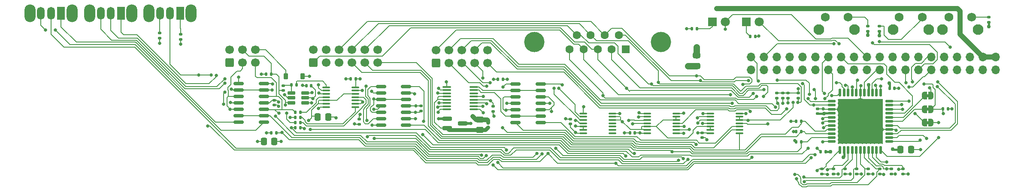
<source format=gbr>
%TF.GenerationSoftware,KiCad,Pcbnew,8.0.6*%
%TF.CreationDate,2024-10-22T08:49:39+02:00*%
%TF.ProjectId,rgb-to-hdmi,7267622d-746f-42d6-9864-6d692e6b6963,0.01*%
%TF.SameCoordinates,Original*%
%TF.FileFunction,Copper,L1,Top*%
%TF.FilePolarity,Positive*%
%FSLAX46Y46*%
G04 Gerber Fmt 4.6, Leading zero omitted, Abs format (unit mm)*
G04 Created by KiCad (PCBNEW 8.0.6) date 2024-10-22 08:49:39*
%MOMM*%
%LPD*%
G01*
G04 APERTURE LIST*
G04 Aperture macros list*
%AMRoundRect*
0 Rectangle with rounded corners*
0 $1 Rounding radius*
0 $2 $3 $4 $5 $6 $7 $8 $9 X,Y pos of 4 corners*
0 Add a 4 corners polygon primitive as box body*
4,1,4,$2,$3,$4,$5,$6,$7,$8,$9,$2,$3,0*
0 Add four circle primitives for the rounded corners*
1,1,$1+$1,$2,$3*
1,1,$1+$1,$4,$5*
1,1,$1+$1,$6,$7*
1,1,$1+$1,$8,$9*
0 Add four rect primitives between the rounded corners*
20,1,$1+$1,$2,$3,$4,$5,0*
20,1,$1+$1,$4,$5,$6,$7,0*
20,1,$1+$1,$6,$7,$8,$9,0*
20,1,$1+$1,$8,$9,$2,$3,0*%
%AMFreePoly0*
4,1,19,0.500000,-0.750000,0.000000,-0.750000,0.000000,-0.744911,-0.071157,-0.744911,-0.207708,-0.704816,-0.327430,-0.627875,-0.420627,-0.520320,-0.479746,-0.390866,-0.500000,-0.250000,-0.500000,0.250000,-0.479746,0.390866,-0.420627,0.520320,-0.327430,0.627875,-0.207708,0.704816,-0.071157,0.744911,0.000000,0.744911,0.000000,0.750000,0.500000,0.750000,0.500000,-0.750000,0.500000,-0.750000,
$1*%
%AMFreePoly1*
4,1,19,0.000000,0.744911,0.071157,0.744911,0.207708,0.704816,0.327430,0.627875,0.420627,0.520320,0.479746,0.390866,0.500000,0.250000,0.500000,-0.250000,0.479746,-0.390866,0.420627,-0.520320,0.327430,-0.627875,0.207708,-0.704816,0.071157,-0.744911,0.000000,-0.744911,0.000000,-0.750000,-0.500000,-0.750000,-0.500000,0.750000,0.000000,0.750000,0.000000,0.744911,0.000000,0.744911,
$1*%
G04 Aperture macros list end*
%TA.AperFunction,EtchedComponent*%
%ADD10C,0.000000*%
%TD*%
%TA.AperFunction,SMDPad,CuDef*%
%ADD11FreePoly0,0.000000*%
%TD*%
%TA.AperFunction,SMDPad,CuDef*%
%ADD12FreePoly1,0.000000*%
%TD*%
%TA.AperFunction,SMDPad,CuDef*%
%ADD13FreePoly0,180.000000*%
%TD*%
%TA.AperFunction,SMDPad,CuDef*%
%ADD14FreePoly1,180.000000*%
%TD*%
%TA.AperFunction,SMDPad,CuDef*%
%ADD15RoundRect,0.250000X-0.337500X-0.475000X0.337500X-0.475000X0.337500X0.475000X-0.337500X0.475000X0*%
%TD*%
%TA.AperFunction,SMDPad,CuDef*%
%ADD16RoundRect,0.140000X0.170000X-0.140000X0.170000X0.140000X-0.170000X0.140000X-0.170000X-0.140000X0*%
%TD*%
%TA.AperFunction,SMDPad,CuDef*%
%ADD17RoundRect,0.140000X-0.140000X-0.170000X0.140000X-0.170000X0.140000X0.170000X-0.140000X0.170000X0*%
%TD*%
%TA.AperFunction,SMDPad,CuDef*%
%ADD18RoundRect,0.140000X0.140000X0.170000X-0.140000X0.170000X-0.140000X-0.170000X0.140000X-0.170000X0*%
%TD*%
%TA.AperFunction,SMDPad,CuDef*%
%ADD19RoundRect,0.135000X0.185000X-0.135000X0.185000X0.135000X-0.185000X0.135000X-0.185000X-0.135000X0*%
%TD*%
%TA.AperFunction,SMDPad,CuDef*%
%ADD20RoundRect,0.135000X-0.135000X-0.185000X0.135000X-0.185000X0.135000X0.185000X-0.135000X0.185000X0*%
%TD*%
%TA.AperFunction,SMDPad,CuDef*%
%ADD21RoundRect,0.135000X0.135000X0.185000X-0.135000X0.185000X-0.135000X-0.185000X0.135000X-0.185000X0*%
%TD*%
%TA.AperFunction,ComponentPad*%
%ADD22C,2.100000*%
%TD*%
%TA.AperFunction,ComponentPad*%
%ADD23C,1.750000*%
%TD*%
%TA.AperFunction,SMDPad,CuDef*%
%ADD24RoundRect,0.137500X0.600000X0.137500X-0.600000X0.137500X-0.600000X-0.137500X0.600000X-0.137500X0*%
%TD*%
%TA.AperFunction,SMDPad,CuDef*%
%ADD25RoundRect,0.137500X0.137500X0.600000X-0.137500X0.600000X-0.137500X-0.600000X0.137500X-0.600000X0*%
%TD*%
%TA.AperFunction,ComponentPad*%
%ADD26O,1.700000X1.700000*%
%TD*%
%TA.AperFunction,ComponentPad*%
%ADD27RoundRect,0.250000X0.600000X-0.600000X0.600000X0.600000X-0.600000X0.600000X-0.600000X-0.600000X0*%
%TD*%
%TA.AperFunction,ComponentPad*%
%ADD28C,1.700000*%
%TD*%
%TA.AperFunction,ComponentPad*%
%ADD29R,1.800000X1.800000*%
%TD*%
%TA.AperFunction,ComponentPad*%
%ADD30C,1.800000*%
%TD*%
%TA.AperFunction,SMDPad,CuDef*%
%ADD31RoundRect,0.135000X-0.185000X0.135000X-0.185000X-0.135000X0.185000X-0.135000X0.185000X0.135000X0*%
%TD*%
%TA.AperFunction,SMDPad,CuDef*%
%ADD32RoundRect,0.100000X0.637500X0.100000X-0.637500X0.100000X-0.637500X-0.100000X0.637500X-0.100000X0*%
%TD*%
%TA.AperFunction,SMDPad,CuDef*%
%ADD33RoundRect,0.100000X-0.712500X-0.100000X0.712500X-0.100000X0.712500X0.100000X-0.712500X0.100000X0*%
%TD*%
%TA.AperFunction,SMDPad,CuDef*%
%ADD34RoundRect,0.250000X0.475000X-0.337500X0.475000X0.337500X-0.475000X0.337500X-0.475000X-0.337500X0*%
%TD*%
%TA.AperFunction,SMDPad,CuDef*%
%ADD35RoundRect,0.140000X-0.170000X0.140000X-0.170000X-0.140000X0.170000X-0.140000X0.170000X0.140000X0*%
%TD*%
%TA.AperFunction,SMDPad,CuDef*%
%ADD36RoundRect,0.100000X-0.637500X-0.100000X0.637500X-0.100000X0.637500X0.100000X-0.637500X0.100000X0*%
%TD*%
%TA.AperFunction,SMDPad,CuDef*%
%ADD37RoundRect,0.150000X-0.825000X-0.150000X0.825000X-0.150000X0.825000X0.150000X-0.825000X0.150000X0*%
%TD*%
%TA.AperFunction,SMDPad,CuDef*%
%ADD38RoundRect,0.200000X-0.750000X-0.200000X0.750000X-0.200000X0.750000X0.200000X-0.750000X0.200000X0*%
%TD*%
%TA.AperFunction,SMDPad,CuDef*%
%ADD39RoundRect,0.225000X0.225000X0.375000X-0.225000X0.375000X-0.225000X-0.375000X0.225000X-0.375000X0*%
%TD*%
%TA.AperFunction,ComponentPad*%
%ADD40O,2.200000X3.500000*%
%TD*%
%TA.AperFunction,ComponentPad*%
%ADD41R,1.500000X2.500000*%
%TD*%
%TA.AperFunction,ComponentPad*%
%ADD42O,1.500000X2.500000*%
%TD*%
%TA.AperFunction,SMDPad,CuDef*%
%ADD43RoundRect,0.250000X0.337500X0.475000X-0.337500X0.475000X-0.337500X-0.475000X0.337500X-0.475000X0*%
%TD*%
%TA.AperFunction,SMDPad,CuDef*%
%ADD44RoundRect,0.150000X0.825000X0.150000X-0.825000X0.150000X-0.825000X-0.150000X0.825000X-0.150000X0*%
%TD*%
%TA.AperFunction,SMDPad,CuDef*%
%ADD45RoundRect,0.162500X-0.617500X-0.162500X0.617500X-0.162500X0.617500X0.162500X-0.617500X0.162500X0*%
%TD*%
%TA.AperFunction,SMDPad,CuDef*%
%ADD46RoundRect,0.250000X-0.475000X0.337500X-0.475000X-0.337500X0.475000X-0.337500X0.475000X0.337500X0*%
%TD*%
%TA.AperFunction,ComponentPad*%
%ADD47C,4.000000*%
%TD*%
%TA.AperFunction,ComponentPad*%
%ADD48R,1.600000X1.600000*%
%TD*%
%TA.AperFunction,ComponentPad*%
%ADD49C,1.600000*%
%TD*%
%TA.AperFunction,ViaPad*%
%ADD50C,0.762000*%
%TD*%
%TA.AperFunction,ViaPad*%
%ADD51C,0.660400*%
%TD*%
%TA.AperFunction,Conductor*%
%ADD52C,0.381000*%
%TD*%
%TA.AperFunction,Conductor*%
%ADD53C,0.203200*%
%TD*%
%TA.AperFunction,Conductor*%
%ADD54C,1.270000*%
%TD*%
%TA.AperFunction,Conductor*%
%ADD55C,1.000000*%
%TD*%
%TA.AperFunction,Conductor*%
%ADD56C,0.500000*%
%TD*%
%TA.AperFunction,Conductor*%
%ADD57C,0.762000*%
%TD*%
%TA.AperFunction,Conductor*%
%ADD58C,0.889000*%
%TD*%
G04 APERTURE END LIST*
D10*
%TA.AperFunction,EtchedComponent*%
%TO.C,JP2*%
G36*
X166310000Y-52854000D02*
G01*
X165810000Y-52854000D01*
X165810000Y-52254000D01*
X166310000Y-52254000D01*
X166310000Y-52854000D01*
G37*
%TD.AperFunction*%
%TA.AperFunction,EtchedComponent*%
%TO.C,JP1*%
G36*
X166310000Y-47520000D02*
G01*
X165810000Y-47520000D01*
X165810000Y-46920000D01*
X166310000Y-46920000D01*
X166310000Y-47520000D01*
G37*
%TD.AperFunction*%
%TA.AperFunction,EtchedComponent*%
%TO.C,JP4*%
G36*
X166310000Y-50187000D02*
G01*
X165810000Y-50187000D01*
X165810000Y-49587000D01*
X166310000Y-49587000D01*
X166310000Y-50187000D01*
G37*
%TD.AperFunction*%
%TD*%
D11*
%TO.P,JP2,1,A*%
%TO.N,/GPIO20_sp_clk*%
X165410000Y-52554000D03*
D12*
%TO.P,JP2,2,B*%
%TO.N,/SPCLK*%
X166710000Y-52554000D03*
%TD*%
D13*
%TO.P,JP1,1,A*%
%TO.N,/GPIO0_sp_data*%
X166710000Y-47220000D03*
D14*
%TO.P,JP1,2,B*%
%TO.N,/SPDATA*%
X165410000Y-47220000D03*
%TD*%
D13*
%TO.P,JP4,1,A*%
%TO.N,/GPIO1_sp_clken*%
X166710000Y-49887000D03*
D14*
%TO.P,JP4,2,B*%
%TO.N,/CLKEN*%
X165410000Y-49887000D03*
%TD*%
D15*
%TO.P,C1,1*%
%TO.N,/3V3*%
X160689500Y-57888000D03*
%TO.P,C1,2*%
%TO.N,GND*%
X162764500Y-57888000D03*
%TD*%
D16*
%TO.P,C2,1*%
%TO.N,/3V3*%
X144328000Y-50748000D03*
%TO.P,C2,2*%
%TO.N,GND*%
X144328000Y-49788000D03*
%TD*%
D17*
%TO.P,C3,1*%
%TO.N,/3V3*%
X158526600Y-45746800D03*
%TO.P,C3,2*%
%TO.N,GND*%
X159486600Y-45746800D03*
%TD*%
D18*
%TO.P,C4,1*%
%TO.N,/3V3*%
X145929500Y-58269000D03*
%TO.P,C4,2*%
%TO.N,GND*%
X144969500Y-58269000D03*
%TD*%
D19*
%TO.P,R1,1*%
%TO.N,/3V3*%
X154275000Y-34469000D03*
%TO.P,R1,2*%
%TO.N,/GPIO16*%
X154275000Y-33449000D03*
%TD*%
%TO.P,R2,1*%
%TO.N,/3V3*%
X156561000Y-34469000D03*
%TO.P,R2,2*%
%TO.N,/GPIO26*%
X156561000Y-33449000D03*
%TD*%
%TO.P,R3,1*%
%TO.N,/3V3*%
X178151000Y-32691000D03*
%TO.P,R3,2*%
%TO.N,/GPIO19*%
X178151000Y-31671000D03*
%TD*%
D20*
%TO.P,R4,1*%
%TO.N,Net-(D1-K)*%
X131032000Y-35536000D03*
%TO.P,R4,2*%
%TO.N,GND*%
X132052000Y-35536000D03*
%TD*%
D21*
%TO.P,R5,1*%
%TO.N,Net-(D2-K)*%
X120583000Y-34012000D03*
%TO.P,R5,2*%
%TO.N,GND*%
X119563000Y-34012000D03*
%TD*%
D22*
%TO.P,SW1,*%
%TO.N,*%
X144587600Y-34182500D03*
X151597600Y-34182500D03*
D23*
%TO.P,SW1,1,1*%
%TO.N,GND*%
X145837600Y-31692500D03*
%TO.P,SW1,2,2*%
%TO.N,/GPIO16*%
X150337600Y-31692500D03*
%TD*%
D22*
%TO.P,SW2,*%
%TO.N,*%
X159218000Y-34165200D03*
X166228000Y-34165200D03*
D23*
%TO.P,SW2,1,1*%
%TO.N,GND*%
X160468000Y-31675200D03*
%TO.P,SW2,2,2*%
%TO.N,/GPIO26*%
X164968000Y-31675200D03*
%TD*%
D22*
%TO.P,SW3,*%
%TO.N,*%
X168960600Y-34165200D03*
X175970600Y-34165200D03*
D23*
%TO.P,SW3,1,1*%
%TO.N,GND*%
X170210600Y-31675200D03*
%TO.P,SW3,2,2*%
%TO.N,/GPIO19*%
X174710600Y-31675200D03*
%TD*%
D24*
%TO.P,U1,1,F1M14/GCK3*%
%TO.N,/GPIO13_Q11*%
X158443500Y-56300000D03*
%TO.P,U1,2,F1M15*%
%TO.N,/GPIO6_Q04*%
X158443500Y-55500000D03*
%TO.P,U1,3,F1M17*%
%TO.N,/GPIO12_Q10*%
X158443500Y-54700000D03*
%TO.P,U1,4,GND*%
%TO.N,GND*%
X158443500Y-53900000D03*
%TO.P,U1,5,F3M2*%
%TO.N,/GPIO5_Q03*%
X158443500Y-53100000D03*
%TO.P,U1,6,F3M5*%
%TO.N,/CLKEN*%
X158443500Y-52300000D03*
%TO.P,U1,7,F3M8*%
%TO.N,/SPDATA*%
X158443500Y-51500000D03*
%TO.P,U1,8,F3M9*%
%TO.N,/GPIO7_Q05*%
X158443500Y-50700000D03*
%TO.P,U1,9,TDI*%
%TO.N,/GPIO0_sp_data*%
X158443500Y-49900000D03*
%TO.P,U1,10,TMS*%
%TO.N,/GPIO1_sp_clken*%
X158443500Y-49100000D03*
%TO.P,U1,11,TCK*%
%TO.N,/GPIO20_sp_clk*%
X158443500Y-48300000D03*
D25*
%TO.P,U1,12,F3M11*%
%TO.N,/GPIO8_Q06*%
X156781000Y-46637500D03*
%TO.P,U1,13,F3M14*%
%TO.N,/GPIO11_Q09*%
X155981000Y-46637500D03*
%TO.P,U1,14,F3M15*%
%TO.N,/GPIO9_Q07*%
X155181000Y-46637500D03*
%TO.P,U1,15,VCCINT*%
%TO.N,/3V3*%
X154381000Y-46637500D03*
%TO.P,U1,16,F3M17*%
%TO.N,/GPIO10_Q08*%
X153581000Y-46637500D03*
%TO.P,U1,17,GND*%
%TO.N,GND*%
X152781000Y-46637500D03*
%TO.P,U1,18,F3M16*%
%TO.N,/B0*%
X151981000Y-46637500D03*
%TO.P,U1,19,F4M2*%
%TO.N,/DETECT*%
X151181000Y-46637500D03*
%TO.P,U1,20,F4M5*%
%TO.N,/GPIO23_csync*%
X150381000Y-46637500D03*
%TO.P,U1,21,F4M8*%
%TO.N,/R0*%
X149581000Y-46637500D03*
%TO.P,U1,22,F4M11*%
%TO.N,/GPIO17_psync*%
X148781000Y-46637500D03*
D24*
%TO.P,U1,23,F4M14*%
%TO.N,/SYNC*%
X147118500Y-48300000D03*
%TO.P,U1,24,TDO*%
%TO.N,/GPIO24_mux*%
X147118500Y-49100000D03*
%TO.P,U1,25,GND*%
%TO.N,GND*%
X147118500Y-49900000D03*
%TO.P,U1,26,VCCIO*%
%TO.N,/3V3*%
X147118500Y-50700000D03*
%TO.P,U1,27,F4M15*%
%TO.N,/GPIO4_Q02*%
X147118500Y-51500000D03*
%TO.P,U1,28,F4M17*%
%TO.N,/GPIO3_Q01*%
X147118500Y-52300000D03*
%TO.P,U1,29,F2M2*%
%TO.N,/GPIO2_Q00*%
X147118500Y-53100000D03*
%TO.P,U1,30,F2M5*%
%TO.N,/B3*%
X147118500Y-53900000D03*
%TO.P,U1,31,F2M6*%
%TO.N,/G3*%
X147118500Y-54700000D03*
%TO.P,U1,32,F2M8*%
%TO.N,/R3*%
X147118500Y-55500000D03*
%TO.P,U1,33,F2M9/GSR*%
%TO.N,/GPIO18_Version*%
X147118500Y-56300000D03*
D25*
%TO.P,U1,34,F2M11/GTS2*%
%TO.N,/R2*%
X148781000Y-57962500D03*
%TO.P,U1,35,VCCINT*%
%TO.N,/3V3*%
X149581000Y-57962500D03*
%TO.P,U1,36,F2M14/GTS1*%
%TO.N,/G2*%
X150381000Y-57962500D03*
%TO.P,U1,37,F2M15*%
%TO.N,/B2*%
X151181000Y-57962500D03*
%TO.P,U1,38,F2M17*%
%TO.N,/B1*%
X151981000Y-57962500D03*
%TO.P,U1,39,F1M2*%
%TO.N,/R1*%
X152781000Y-57962500D03*
%TO.P,U1,40,F1M5*%
%TO.N,/G1*%
X153581000Y-57962500D03*
%TO.P,U1,41,F1M6*%
%TO.N,/VSYNC*%
X154381000Y-57962500D03*
%TO.P,U1,42,F1M8*%
%TO.N,/G0*%
X155181000Y-57962500D03*
%TO.P,U1,43,F1M9/GCK1*%
%TO.N,/GPIO21_clk*%
X155981000Y-57962500D03*
%TO.P,U1,44,F1M11/GCK2*%
%TO.N,/SPCLK*%
X156781000Y-57962500D03*
%TD*%
D26*
%TO.P,P1,1,P1*%
%TO.N,/3V3*%
X179451000Y-42140000D03*
%TO.P,P1,2,P2*%
%TO.N,/VCC*%
X179451000Y-39600000D03*
%TO.P,P1,3,P3*%
%TO.N,/GPIO2_Q00*%
X176911000Y-42140000D03*
%TO.P,P1,4,P4*%
%TO.N,/VCC*%
X176911000Y-39600000D03*
%TO.P,P1,5,P5*%
%TO.N,/GPIO3_Q01*%
X174371000Y-42140000D03*
%TO.P,P1,6,P6*%
%TO.N,GND*%
X174371000Y-39600000D03*
%TO.P,P1,7,P7*%
%TO.N,/GPIO4_Q02*%
X171831000Y-42140000D03*
%TO.P,P1,8,P8*%
%TO.N,/TxD*%
X171831000Y-39600000D03*
%TO.P,P1,9,P9*%
%TO.N,GND*%
X169291000Y-42140000D03*
%TO.P,P1,10,P10*%
%TO.N,/RxD*%
X169291000Y-39600000D03*
%TO.P,P1,11,P11*%
%TO.N,/GPIO17_psync*%
X166751000Y-42140000D03*
%TO.P,P1,12,P12*%
%TO.N,/GPIO18_Version*%
X166751000Y-39600000D03*
%TO.P,P1,13,P13*%
%TO.N,/GPIO27_genlock*%
X164211000Y-42140000D03*
%TO.P,P1,14,P14*%
%TO.N,GND*%
X164211000Y-39600000D03*
%TO.P,P1,15,P15*%
%TO.N,/GPIO22_analog*%
X161671000Y-42140000D03*
%TO.P,P1,16,P16*%
%TO.N,/GPIO23_csync*%
X161671000Y-39600000D03*
%TO.P,P1,17,P17*%
%TO.N,/3V3*%
X159131000Y-42140000D03*
%TO.P,P1,18,P18*%
%TO.N,/GPIO24_mux*%
X159131000Y-39600000D03*
%TO.P,P1,19,P19*%
%TO.N,/GPIO10_Q08*%
X156591000Y-42140000D03*
%TO.P,P1,20,P20*%
%TO.N,GND*%
X156591000Y-39600000D03*
%TO.P,P1,21,P21*%
%TO.N,/GPIO9_Q07*%
X154051000Y-42140000D03*
%TO.P,P1,22,P22*%
%TO.N,/GPIO25_mode7*%
X154051000Y-39600000D03*
%TO.P,P1,23,P23*%
%TO.N,/GPIO11_Q09*%
X151511000Y-42140000D03*
%TO.P,P1,24,P24*%
%TO.N,/GPIO8_Q06*%
X151511000Y-39600000D03*
%TO.P,P1,25,P25*%
%TO.N,GND*%
X148971000Y-42140000D03*
%TO.P,P1,26,P26*%
%TO.N,/GPIO7_Q05*%
X148971000Y-39600000D03*
%TO.P,P1,27,P27*%
%TO.N,/GPIO0_sp_data*%
X146431000Y-42140000D03*
%TO.P,P1,28,P28*%
%TO.N,/GPIO1_sp_clken*%
X146431000Y-39600000D03*
%TO.P,P1,29,P29*%
%TO.N,/GPIO5_Q03*%
X143891000Y-42140000D03*
%TO.P,P1,30,P30*%
%TO.N,GND*%
X143891000Y-39600000D03*
%TO.P,P1,31,P31*%
%TO.N,/GPIO6_Q04*%
X141351000Y-42140000D03*
%TO.P,P1,32,P32*%
%TO.N,/GPIO12_Q10*%
X141351000Y-39600000D03*
%TO.P,P1,33,P33*%
%TO.N,/GPIO13_Q11*%
X138811000Y-42140000D03*
%TO.P,P1,34,P34*%
%TO.N,GND*%
X138811000Y-39600000D03*
%TO.P,P1,35,P35*%
%TO.N,/GPIO19*%
X136271000Y-42140000D03*
%TO.P,P1,36,P36*%
%TO.N,/GPIO16*%
X136271000Y-39600000D03*
%TO.P,P1,37,P37*%
%TO.N,/GPIO26*%
X133731000Y-42140000D03*
%TO.P,P1,38,P38*%
%TO.N,/GPIO20_sp_clk*%
X133731000Y-39600000D03*
%TO.P,P1,39,P39*%
%TO.N,GND*%
X131191000Y-42140000D03*
%TO.P,P1,40,P40*%
%TO.N,/GPIO21_clk*%
X131191000Y-39600000D03*
%TD*%
D19*
%TO.P,R7,1*%
%TO.N,/GPIO0_sp_data*%
X138486000Y-47728000D03*
%TO.P,R7,2*%
%TO.N,GND*%
X138486000Y-46708000D03*
%TD*%
D27*
%TO.P,P2,1,Pin_1*%
%TO.N,/R1*%
X44887000Y-40717600D03*
D28*
%TO.P,P2,2,Pin_2*%
%TO.N,/B1*%
X44887000Y-38177600D03*
%TO.P,P2,3,Pin_3*%
%TO.N,GND*%
X47427000Y-40717600D03*
%TO.P,P2,4,Pin_4*%
%TO.N,/G2*%
X47427000Y-38177600D03*
%TO.P,P2,5,Pin_5*%
%TO.N,/R2*%
X49967000Y-40717600D03*
%TO.P,P2,6,Pin_6*%
%TO.N,/B2*%
X49967000Y-38177600D03*
%TO.P,P2,7,Pin_7*%
%TO.N,/R3*%
X52507000Y-40717600D03*
%TO.P,P2,8,Pin_8*%
%TO.N,/SYNC*%
X52507000Y-38177600D03*
%TO.P,P2,9,Pin_9*%
%TO.N,/G3*%
X55047000Y-40717600D03*
%TO.P,P2,10,Pin_10*%
%TO.N,/VSYNC*%
X55047000Y-38177600D03*
%TO.P,P2,11,Pin_11*%
%TO.N,/B3*%
X57587000Y-40717600D03*
%TO.P,P2,12,Pin_12*%
%TO.N,/VCC*%
X57587000Y-38177600D03*
%TD*%
D27*
%TO.P,P5,1,Pin_1*%
%TO.N,unconnected-(P5-Pin_1-Pad1)*%
X69067800Y-40768400D03*
D28*
%TO.P,P5,2,Pin_2*%
%TO.N,/G1*%
X69067800Y-38228400D03*
%TO.P,P5,3,Pin_3*%
%TO.N,/GPIO22_analog*%
X71607800Y-40768400D03*
%TO.P,P5,4,Pin_4*%
%TO.N,/R0*%
X71607800Y-38228400D03*
%TO.P,P5,5,Pin_5*%
%TO.N,/GPIO1_sp_clken*%
X74147800Y-40768400D03*
%TO.P,P5,6,Pin_6*%
%TO.N,/G0*%
X74147800Y-38228400D03*
%TO.P,P5,7,Pin_7*%
%TO.N,/GPIO0_sp_data*%
X76687800Y-40768400D03*
%TO.P,P5,8,Pin_8*%
%TO.N,/B0*%
X76687800Y-38228400D03*
%TO.P,P5,9,Pin_9*%
%TO.N,/GPIO24_mux*%
X79227800Y-40768400D03*
%TO.P,P5,10,Pin_10*%
%TO.N,/GPIO25_mode7*%
X79227800Y-38228400D03*
%TD*%
D29*
%TO.P,D1,1,K*%
%TO.N,Net-(D1-K)*%
X130272000Y-32599040D03*
D30*
%TO.P,D1,2,A*%
%TO.N,/GPIO27_genlock*%
X132812000Y-32599040D03*
%TD*%
D29*
%TO.P,D2,1,K*%
%TO.N,Net-(D2-K)*%
X123576200Y-32599040D03*
D30*
%TO.P,D2,2,A*%
%TO.N,/GPIO25_mode7*%
X126116200Y-32599040D03*
%TD*%
D31*
%TO.P,R18,1*%
%TO.N,/G2*%
X147503000Y-61696000D03*
%TO.P,R18,2*%
%TO.N,GND*%
X147503000Y-62716000D03*
%TD*%
D16*
%TO.P,C13,1*%
%TO.N,/VANALOG*%
X79329400Y-53463200D03*
%TO.P,C13,2*%
%TO.N,GND*%
X79329400Y-52503200D03*
%TD*%
D31*
%TO.P,R33,1*%
%TO.N,Net-(SW4-C)*%
X14534000Y-34834500D03*
%TO.P,R33,2*%
%TO.N,GND*%
X14534000Y-35854500D03*
%TD*%
D32*
%TO.P,U9,1*%
%TO.N,/B3*%
X128927900Y-54636800D03*
%TO.P,U9,2*%
%TO.N,/B3_A*%
X128927900Y-53986800D03*
%TO.P,U9,3*%
%TO.N,/R2_A*%
X128927900Y-53336800D03*
%TO.P,U9,4*%
%TO.N,/R2*%
X128927900Y-52686800D03*
%TO.P,U9,5*%
%TO.N,/DETECT*%
X128927900Y-52036800D03*
%TO.P,U9,6*%
X128927900Y-51386800D03*
%TO.P,U9,7,VSS*%
%TO.N,GND*%
X128927900Y-50736800D03*
%TO.P,U9,8*%
%TO.N,/G2*%
X123202900Y-50736800D03*
%TO.P,U9,9*%
%TO.N,/G2_A*%
X123202900Y-51386800D03*
%TO.P,U9,10*%
%TO.N,/B2_A*%
X123202900Y-52036800D03*
%TO.P,U9,11*%
%TO.N,/B2*%
X123202900Y-52686800D03*
%TO.P,U9,12*%
%TO.N,/DETECT*%
X123202900Y-53336800D03*
%TO.P,U9,13*%
X123202900Y-53986800D03*
%TO.P,U9,14,VDD*%
%TO.N,/VCC*%
X123202900Y-54636800D03*
%TD*%
D33*
%TO.P,U4,1,OUTB*%
%TO.N,/REFGYLO*%
X71205500Y-45505500D03*
%TO.P,U4,2,OUTA*%
%TO.N,/REFGYHI*%
X71205500Y-46140500D03*
%TO.P,U4,3,GND*%
%TO.N,GND*%
X71205500Y-46775500D03*
%TO.P,U4,4,VDD*%
%TO.N,/VANALOG*%
X71205500Y-47410500D03*
%TO.P,U4,5,REF*%
X71205500Y-48045500D03*
%TO.P,U4,6,LDAC*%
%TO.N,GND*%
X71205500Y-48680500D03*
%TO.P,U4,7,OUTE*%
%TO.N,/REFGYSYNC*%
X71205500Y-49315500D03*
%TO.P,U4,8,OUTF*%
%TO.N,/REFSYNC*%
X71205500Y-49950500D03*
%TO.P,U4,9,OUTG*%
%TO.N,/CLAMPLVL*%
X76480500Y-49950500D03*
%TO.P,U4,10,OUTH*%
%TO.N,/SPARE*%
X76480500Y-49315500D03*
%TO.P,U4,11,CS*%
%TO.N,/GPIO22_analog*%
X76480500Y-48680500D03*
%TO.P,U4,12,SCLK*%
%TO.N,/GPIO1_sp_clken*%
X76480500Y-48045500D03*
%TO.P,U4,13,DIN*%
%TO.N,/GPIO0_sp_data*%
X76480500Y-47410500D03*
%TO.P,U4,14,DOUT*%
%TO.N,unconnected-(U4-DOUT-Pad14)*%
X76480500Y-46775500D03*
%TO.P,U4,15,OUTD*%
%TO.N,/REFRBUVLO*%
X76480500Y-46140500D03*
%TO.P,U4,16,OUTC*%
%TO.N,/REFRBUVHI*%
X76480500Y-45505500D03*
%TD*%
D34*
%TO.P,C12,1*%
%TO.N,/VANALOG*%
X77703800Y-53976400D03*
%TO.P,C12,2*%
%TO.N,GND*%
X77703800Y-51901400D03*
%TD*%
D35*
%TO.P,C16,1*%
%TO.N,/VCC*%
X53929400Y-51898800D03*
%TO.P,C16,2*%
%TO.N,GND*%
X53929400Y-52858800D03*
%TD*%
%TO.P,C19,1*%
%TO.N,/VCC*%
X121595000Y-54563200D03*
%TO.P,C19,2*%
%TO.N,GND*%
X121595000Y-55523200D03*
%TD*%
D36*
%TO.P,U10,1*%
%TO.N,/SYNC*%
X110723800Y-50736800D03*
%TO.P,U10,2*%
%TO.N,/SYNC_A*%
X110723800Y-51386800D03*
%TO.P,U10,3*%
%TO.N,/VSYNC_A*%
X110723800Y-52036800D03*
%TO.P,U10,4*%
%TO.N,/VSYNC*%
X110723800Y-52686800D03*
%TO.P,U10,5*%
%TO.N,/DETECT*%
X110723800Y-53336800D03*
%TO.P,U10,6*%
X110723800Y-53986800D03*
%TO.P,U10,7,VSS*%
%TO.N,/VCC*%
X110723800Y-54636800D03*
%TO.P,U10,8*%
%TO.N,/R3*%
X116448800Y-54636800D03*
%TO.P,U10,9*%
%TO.N,/R3_A*%
X116448800Y-53986800D03*
%TO.P,U10,10*%
%TO.N,/G0_A*%
X116448800Y-53336800D03*
%TO.P,U10,11*%
%TO.N,/G0*%
X116448800Y-52686800D03*
%TO.P,U10,12*%
%TO.N,/DETECT*%
X116448800Y-52036800D03*
%TO.P,U10,13*%
X116448800Y-51386800D03*
%TO.P,U10,14,VDD*%
%TO.N,GND*%
X116448800Y-50736800D03*
%TD*%
D18*
%TO.P,C18,1*%
%TO.N,/VCC*%
X108260000Y-54586000D03*
%TO.P,C18,2*%
%TO.N,GND*%
X107300000Y-54586000D03*
%TD*%
D31*
%TO.P,R17,1*%
%TO.N,/R1*%
X154361000Y-61696000D03*
%TO.P,R17,2*%
%TO.N,GND*%
X154361000Y-62716000D03*
%TD*%
D18*
%TO.P,C8,1*%
%TO.N,/VCC*%
X82247800Y-44019600D03*
%TO.P,C8,2*%
%TO.N,GND*%
X81287800Y-44019600D03*
%TD*%
D37*
%TO.P,U6,1*%
%TO.N,/G0_A*%
X58222000Y-45442000D03*
%TO.P,U6,2,-*%
%TO.N,/REFGYHI*%
X58222000Y-46712000D03*
%TO.P,U6,3,+*%
%TO.N,/SGREEN*%
X58222000Y-47982000D03*
%TO.P,U6,4,VCC*%
%TO.N,/VCC*%
X58222000Y-49252000D03*
%TO.P,U6,5,+*%
%TO.N,/SGREEN*%
X58222000Y-50522000D03*
%TO.P,U6,6,-*%
%TO.N,/REFGYLO*%
X58222000Y-51792000D03*
%TO.P,U6,7*%
%TO.N,/G2_A*%
X58222000Y-53062000D03*
%TO.P,U6,8*%
%TO.N,/SYNC_A*%
X63172000Y-53062000D03*
%TO.P,U6,9,-*%
%TO.N,/REFSYNC*%
X63172000Y-51792000D03*
%TO.P,U6,10,+*%
%TO.N,/ASYNC*%
X63172000Y-50522000D03*
%TO.P,U6,11,GND*%
%TO.N,GND*%
X63172000Y-49252000D03*
%TO.P,U6,12,+*%
%TO.N,/SGREEN*%
X63172000Y-47982000D03*
%TO.P,U6,13,-*%
%TO.N,/REFGYSYNC*%
X63172000Y-46712000D03*
%TO.P,U6,14*%
%TO.N,/VSYNC_A*%
X63172000Y-45442000D03*
%TD*%
D18*
%TO.P,C15,1*%
%TO.N,/VCC*%
X53213000Y-43918000D03*
%TO.P,C15,2*%
%TO.N,GND*%
X52253000Y-43918000D03*
%TD*%
D38*
%TO.P,U7,1,GND*%
%TO.N,GND*%
X71300200Y-51756400D03*
%TO.P,U7,2,VO*%
%TO.N,/VANALOG*%
X71300200Y-53656400D03*
%TO.P,U7,3,VI*%
%TO.N,/VCC*%
X74300200Y-52706400D03*
%TD*%
D19*
%TO.P,R13,1*%
%TO.N,/R0*%
X137470000Y-47728000D03*
%TO.P,R13,2*%
%TO.N,GND*%
X137470000Y-46708000D03*
%TD*%
D20*
%TO.P,R28,1*%
%TO.N,/AGREEN*%
X41331000Y-52554000D03*
%TO.P,R28,2*%
%TO.N,Net-(R28-Pad2)*%
X42351000Y-52554000D03*
%TD*%
D19*
%TO.P,R22,1*%
%TO.N,/VCC*%
X18666000Y-36116000D03*
%TO.P,R22,2*%
%TO.N,Net-(SW4-A)*%
X18666000Y-35096000D03*
%TD*%
D20*
%TO.P,R10,1*%
%TO.N,GND*%
X140135000Y-54332000D03*
%TO.P,R10,2*%
%TO.N,/G3*%
X141155000Y-54332000D03*
%TD*%
D35*
%TO.P,C6,1*%
%TO.N,/VCC*%
X37140000Y-48109000D03*
%TO.P,C6,2*%
%TO.N,GND*%
X37140000Y-49069000D03*
%TD*%
D39*
%TO.P,D3,1,K*%
%TO.N,/VCC*%
X42777800Y-43359200D03*
%TO.P,D3,2,A*%
%TO.N,/VCC_IN*%
X39477800Y-43359200D03*
%TD*%
D40*
%TO.P,SW5,*%
%TO.N,*%
X9073000Y-30964000D03*
X773000Y-30964000D03*
D41*
%TO.P,SW5,1,A*%
%TO.N,Net-(SW5-A)*%
X6923000Y-30964000D03*
D42*
%TO.P,SW5,2,B*%
%TO.N,/R1_A*%
X4923000Y-30964000D03*
%TO.P,SW5,3,C*%
%TO.N,Net-(SW5-C)*%
X2923000Y-30964000D03*
%TD*%
D43*
%TO.P,C9,1*%
%TO.N,/CLAMPLVL*%
X37161500Y-56237000D03*
%TO.P,C9,2*%
%TO.N,GND*%
X35086500Y-56237000D03*
%TD*%
D44*
%TO.P,U8,1*%
%TO.N,Net-(SW6-C)*%
X35108000Y-52427000D03*
%TO.P,U8,2,-*%
%TO.N,/SPARE*%
X35108000Y-51157000D03*
%TO.P,U8,3,+*%
%TO.N,/ARED*%
X35108000Y-49887000D03*
%TO.P,U8,4,VCC*%
%TO.N,/VCC*%
X35108000Y-48617000D03*
%TO.P,U8,5,+*%
%TO.N,/ARED*%
X35108000Y-47347000D03*
%TO.P,U8,6,-*%
%TO.N,/CLAMPLVL*%
X35108000Y-46077000D03*
%TO.P,U8,7*%
%TO.N,Net-(SW5-C)*%
X35108000Y-44807000D03*
%TO.P,U8,8*%
%TO.N,Net-(SW5-A)*%
X30158000Y-44807000D03*
%TO.P,U8,9,-*%
%TO.N,/CLAMPLVL*%
X30158000Y-46077000D03*
%TO.P,U8,10,+*%
%TO.N,/ABLUE*%
X30158000Y-47347000D03*
%TO.P,U8,11,GND*%
%TO.N,GND*%
X30158000Y-48617000D03*
%TO.P,U8,12,+*%
%TO.N,/ABLUE*%
X30158000Y-49887000D03*
%TO.P,U8,13,-*%
%TO.N,/SPARE*%
X30158000Y-51157000D03*
%TO.P,U8,14*%
%TO.N,Net-(SW6-A)*%
X30158000Y-52427000D03*
%TD*%
D19*
%TO.P,R20,1*%
%TO.N,/SYNC*%
X140518000Y-47730000D03*
%TO.P,R20,2*%
%TO.N,GND*%
X140518000Y-46710000D03*
%TD*%
D40*
%TO.P,SW6,*%
%TO.N,*%
X-2738000Y-30964000D03*
X-11038000Y-30964000D03*
D41*
%TO.P,SW6,1,A*%
%TO.N,Net-(SW6-A)*%
X-4888000Y-30964000D03*
D42*
%TO.P,SW6,2,B*%
%TO.N,/B1_A*%
X-6888000Y-30964000D03*
%TO.P,SW6,3,C*%
%TO.N,Net-(SW6-C)*%
X-8888000Y-30964000D03*
%TD*%
D19*
%TO.P,R6,1*%
%TO.N,GND*%
X152075000Y-62716000D03*
%TO.P,R6,2*%
%TO.N,/B1*%
X152075000Y-61696000D03*
%TD*%
D37*
%TO.P,U5,1*%
%TO.N,/B3_A*%
X84742600Y-44934000D03*
%TO.P,U5,2,-*%
%TO.N,/REFRBUVHI*%
X84742600Y-46204000D03*
%TO.P,U5,3,+*%
%TO.N,/ABLUE*%
X84742600Y-47474000D03*
%TO.P,U5,4,VCC*%
%TO.N,/VCC*%
X84742600Y-48744000D03*
%TO.P,U5,5,+*%
%TO.N,/ABLUE*%
X84742600Y-50014000D03*
%TO.P,U5,6,-*%
%TO.N,/REFRBUVLO*%
X84742600Y-51284000D03*
%TO.P,U5,7*%
%TO.N,/B2_A*%
X84742600Y-52554000D03*
%TO.P,U5,8*%
%TO.N,/R2_A*%
X89692600Y-52554000D03*
%TO.P,U5,9,-*%
%TO.N,/REFRBUVLO*%
X89692600Y-51284000D03*
%TO.P,U5,10,+*%
%TO.N,/ARED*%
X89692600Y-50014000D03*
%TO.P,U5,11,GND*%
%TO.N,GND*%
X89692600Y-48744000D03*
%TO.P,U5,12,+*%
%TO.N,/ARED*%
X89692600Y-47474000D03*
%TO.P,U5,13,-*%
%TO.N,/REFRBUVHI*%
X89692600Y-46204000D03*
%TO.P,U5,14*%
%TO.N,/R3_A*%
X89692600Y-44934000D03*
%TD*%
D19*
%TO.P,R8,1*%
%TO.N,GND*%
X145217000Y-62716000D03*
%TO.P,R8,2*%
%TO.N,/R2*%
X145217000Y-61696000D03*
%TD*%
D20*
%TO.P,R29,1*%
%TO.N,/ARED*%
X41329000Y-50522000D03*
%TO.P,R29,2*%
%TO.N,Net-(R29-Pad2)*%
X42349000Y-50522000D03*
%TD*%
D36*
%TO.P,U11,1*%
%TO.N,/B1*%
X98140800Y-50736800D03*
%TO.P,U11,2*%
%TO.N,/B1_A*%
X98140800Y-51386800D03*
%TO.P,U11,3*%
%TO.N,/R1_A*%
X98140800Y-52036800D03*
%TO.P,U11,4*%
%TO.N,/R1*%
X98140800Y-52686800D03*
%TO.P,U11,5*%
%TO.N,/DETECT*%
X98140800Y-53336800D03*
%TO.P,U11,6*%
X98140800Y-53986800D03*
%TO.P,U11,7,VSS*%
%TO.N,/VCC*%
X98140800Y-54636800D03*
%TO.P,U11,8*%
%TO.N,unconnected-(U11-Pad8)*%
X103865800Y-54636800D03*
%TO.P,U11,9*%
%TO.N,unconnected-(U11-Pad9)*%
X103865800Y-53986800D03*
%TO.P,U11,10*%
%TO.N,unconnected-(U11-Pad10)*%
X103865800Y-53336800D03*
%TO.P,U11,11*%
%TO.N,unconnected-(U11-Pad11)*%
X103865800Y-52686800D03*
%TO.P,U11,12*%
%TO.N,/DETECT*%
X103865800Y-52036800D03*
%TO.P,U11,13*%
X103865800Y-51386800D03*
%TO.P,U11,14,VDD*%
%TO.N,GND*%
X103865800Y-50736800D03*
%TD*%
D31*
%TO.P,R21,1*%
%TO.N,/VSYNC*%
X158933000Y-61696000D03*
%TO.P,R21,2*%
%TO.N,GND*%
X158933000Y-62716000D03*
%TD*%
D45*
%TO.P,U2,1*%
%TO.N,/CGREEN*%
X40569000Y-46712000D03*
%TO.P,U2,2,GND*%
%TO.N,GND*%
X40569000Y-47662000D03*
%TO.P,U2,3*%
%TO.N,/AGREEN*%
X40569000Y-48612000D03*
%TO.P,U2,4*%
%TO.N,/SGREEN*%
X43269000Y-48612000D03*
%TO.P,U2,5,V+*%
%TO.N,/VCC*%
X43269000Y-47662000D03*
%TO.P,U2,6*%
%TO.N,/GPIO0_sp_data*%
X43269000Y-46712000D03*
%TD*%
D21*
%TO.P,R30,1*%
%TO.N,/ARED*%
X37573800Y-54535200D03*
%TO.P,R30,2*%
%TO.N,GND*%
X36553800Y-54535200D03*
%TD*%
D20*
%TO.P,R27,1*%
%TO.N,/ABLUE*%
X41331000Y-51538000D03*
%TO.P,R27,2*%
%TO.N,Net-(R27-Pad2)*%
X42351000Y-51538000D03*
%TD*%
D31*
%TO.P,R19,1*%
%TO.N,/B2*%
X149789000Y-61696000D03*
%TO.P,R19,2*%
%TO.N,GND*%
X149789000Y-62716000D03*
%TD*%
D20*
%TO.P,R9,1*%
%TO.N,GND*%
X140135000Y-56364000D03*
%TO.P,R9,2*%
%TO.N,/R3*%
X141155000Y-56364000D03*
%TD*%
%TO.P,R11,1*%
%TO.N,GND*%
X140135000Y-52300000D03*
%TO.P,R11,2*%
%TO.N,/B3*%
X141155000Y-52300000D03*
%TD*%
D16*
%TO.P,C7,1*%
%TO.N,/AGREEN*%
X38943400Y-46198800D03*
%TO.P,C7,2*%
%TO.N,/CGREEN*%
X38943400Y-45238800D03*
%TD*%
D21*
%TO.P,R23,1*%
%TO.N,/TERM*%
X170058200Y-49810800D03*
%TO.P,R23,2*%
%TO.N,/GPIO1_sp_clken*%
X169038200Y-49810800D03*
%TD*%
D27*
%TO.P,J1,1,Pin_1*%
%TO.N,GND*%
X28377000Y-40717600D03*
D28*
%TO.P,J1,2,Pin_2*%
%TO.N,/ASYNC*%
X28377000Y-38177600D03*
%TO.P,J1,3,Pin_3*%
%TO.N,/ABLUE*%
X30917000Y-40717600D03*
%TO.P,J1,4,Pin_4*%
%TO.N,/AGREEN*%
X30917000Y-38177600D03*
%TO.P,J1,5,Pin_5*%
%TO.N,/ARED*%
X33457000Y-40717600D03*
%TO.P,J1,6,Pin_6*%
%TO.N,/VCC_IN*%
X33457000Y-38177600D03*
%TD*%
D31*
%TO.P,R24,1*%
%TO.N,/GPIO1_sp_clken*%
X80294600Y-49302800D03*
%TO.P,R24,2*%
%TO.N,GND*%
X80294600Y-50322800D03*
%TD*%
D16*
%TO.P,C17,1*%
%TO.N,/VCC*%
X95585400Y-52780000D03*
%TO.P,C17,2*%
%TO.N,GND*%
X95585400Y-51820000D03*
%TD*%
D15*
%TO.P,C11,1*%
%TO.N,/TERM*%
X45729100Y-51436400D03*
%TO.P,C11,2*%
%TO.N,GND*%
X47804100Y-51436400D03*
%TD*%
D19*
%TO.P,R25,1*%
%TO.N,/ASYNC*%
X66070600Y-50270000D03*
%TO.P,R25,2*%
%TO.N,GND*%
X66070600Y-49250000D03*
%TD*%
D31*
%TO.P,R12,1*%
%TO.N,/G1*%
X156647000Y-61696000D03*
%TO.P,R12,2*%
%TO.N,GND*%
X156647000Y-62716000D03*
%TD*%
D36*
%TO.P,U3,1*%
%TO.N,/VCLAMP*%
X47427000Y-45554000D03*
%TO.P,U3,2*%
%TO.N,/CLAMPLVL*%
X47427000Y-46204000D03*
%TO.P,U3,3*%
%TO.N,GND*%
X47427000Y-46854000D03*
%TO.P,U3,4*%
%TO.N,Net-(R29-Pad2)*%
X47427000Y-47504000D03*
%TO.P,U3,5*%
%TO.N,/TERM*%
X47427000Y-48154000D03*
%TO.P,U3,6*%
X47427000Y-48804000D03*
%TO.P,U3,7,VSS*%
%TO.N,GND*%
X47427000Y-49454000D03*
%TO.P,U3,8*%
%TO.N,Net-(R27-Pad2)*%
X53152000Y-49454000D03*
%TO.P,U3,9*%
%TO.N,GND*%
X53152000Y-48804000D03*
%TO.P,U3,10*%
X53152000Y-48154000D03*
%TO.P,U3,11*%
%TO.N,Net-(R28-Pad2)*%
X53152000Y-47504000D03*
%TO.P,U3,12*%
%TO.N,/TERM*%
X53152000Y-46854000D03*
%TO.P,U3,13*%
%TO.N,/DETECT*%
X53152000Y-46204000D03*
%TO.P,U3,14,VDD*%
%TO.N,/VCC*%
X53152000Y-45554000D03*
%TD*%
D21*
%TO.P,R31,1*%
%TO.N,/AGREEN*%
X36557800Y-42952800D03*
%TO.P,R31,2*%
%TO.N,GND*%
X35537800Y-42952800D03*
%TD*%
D46*
%TO.P,C5,1*%
%TO.N,/VCC*%
X120426600Y-39273700D03*
%TO.P,C5,2*%
%TO.N,GND*%
X120426600Y-41348700D03*
%TD*%
D31*
%TO.P,R14,1*%
%TO.N,/G0*%
X161219000Y-61696000D03*
%TO.P,R14,2*%
%TO.N,GND*%
X161219000Y-62716000D03*
%TD*%
D40*
%TO.P,SW4,*%
%TO.N,*%
X20757000Y-30964000D03*
X12457000Y-30964000D03*
D41*
%TO.P,SW4,1,A*%
%TO.N,Net-(SW4-A)*%
X18607000Y-30964000D03*
D42*
%TO.P,SW4,2,B*%
%TO.N,/DETECT*%
X16607000Y-30964000D03*
%TO.P,SW4,3,C*%
%TO.N,Net-(SW4-C)*%
X14607000Y-30964000D03*
%TD*%
D47*
%TO.P,J2,0*%
%TO.N,N/C*%
X113459600Y-36649040D03*
X88459600Y-36649040D03*
D48*
%TO.P,J2,1,1*%
%TO.N,GND*%
X106499600Y-38069040D03*
D49*
%TO.P,J2,2,2*%
%TO.N,/R2*%
X103729600Y-38069040D03*
%TO.P,J2,3,3*%
%TO.N,/R1*%
X100959600Y-38069040D03*
%TO.P,J2,4,4*%
%TO.N,/G1*%
X98189600Y-38069040D03*
%TO.P,J2,5,5*%
%TO.N,/B1*%
X95419600Y-38069040D03*
%TO.P,J2,6,6*%
%TO.N,/G2*%
X105114600Y-35229040D03*
%TO.P,J2,7,7*%
%TO.N,/B2*%
X102344600Y-35229040D03*
%TO.P,J2,8,8*%
%TO.N,/SYNC*%
X99574600Y-35229040D03*
%TO.P,J2,9,9*%
%TO.N,/VSYNC*%
X96804600Y-35229040D03*
%TD*%
D20*
%TO.P,R26,1*%
%TO.N,/CGREEN*%
X40567000Y-45086400D03*
%TO.P,R26,2*%
%TO.N,/VCLAMP*%
X41587000Y-45086400D03*
%TD*%
D18*
%TO.P,C14,1*%
%TO.N,/VCC*%
X44475400Y-45289600D03*
%TO.P,C14,2*%
%TO.N,GND*%
X43515400Y-45289600D03*
%TD*%
D19*
%TO.P,R15,1*%
%TO.N,/B0*%
X136327000Y-47728000D03*
%TO.P,R15,2*%
%TO.N,GND*%
X136327000Y-46708000D03*
%TD*%
D20*
%TO.P,R32,1*%
%TO.N,/ABLUE*%
X41329000Y-53570000D03*
%TO.P,R32,2*%
%TO.N,GND*%
X42349000Y-53570000D03*
%TD*%
D50*
%TO.N,/3V3*%
X154275005Y-35227005D03*
X158466004Y-44752000D03*
X145572598Y-50748000D03*
X156561000Y-35354000D03*
X159177861Y-57817716D03*
X178151000Y-33576000D03*
X154399619Y-45054781D03*
X146842600Y-58294400D03*
X149449000Y-59351817D03*
D51*
%TO.N,/VCC*%
X109250600Y-54586000D03*
X18666000Y-37001000D03*
X120680598Y-54586000D03*
X54067905Y-50955588D03*
X75925802Y-52706400D03*
X83037800Y-48693200D03*
X120426603Y-37669597D03*
X124430000Y-30020000D03*
X126843000Y-30020000D03*
X56786873Y-49880758D03*
X44125000Y-43410000D03*
X83088600Y-44019600D03*
X125700000Y-30020000D03*
X96576000Y-54459000D03*
X44770921Y-47793344D03*
X54081804Y-43918000D03*
X37978200Y-48439200D03*
%TO.N,GND*%
X162184200Y-62714000D03*
X28529400Y-48591600D03*
X91521400Y-48693200D03*
X160371000Y-45768000D03*
X150754200Y-62714000D03*
X152904077Y-45217654D03*
X139833758Y-56076811D03*
X76281400Y-51233200D03*
X144279138Y-57631787D03*
X38017237Y-49313805D03*
X118750200Y-41378000D03*
X140492600Y-45848400D03*
X45903000Y-49760000D03*
X51287800Y-43918000D03*
X106228000Y-54586000D03*
X35641396Y-54535200D03*
X69575800Y-51741200D03*
X139559440Y-54346617D03*
X69439000Y-46657000D03*
X152938600Y-62663198D03*
X159829287Y-54096439D03*
X42702600Y-45166600D03*
X164688998Y-57833000D03*
X146289024Y-62739200D03*
X155224606Y-62714000D03*
X157395906Y-62791240D03*
X54613092Y-48468093D03*
X45950993Y-46664988D03*
X105288200Y-50725200D03*
X43040241Y-53734845D03*
X139121000Y-52300000D03*
X34625400Y-42952800D03*
X14534000Y-36868500D03*
X80472400Y-51233200D03*
X65054600Y-49252000D03*
X145471000Y-49788000D03*
X148417400Y-62713998D03*
X94671000Y-51792000D03*
X159622800Y-62714000D03*
X69652296Y-48668687D03*
X52964200Y-52808000D03*
X122509400Y-55906800D03*
X80396198Y-44019600D03*
X130240939Y-50750718D03*
X132719184Y-35443182D03*
X118547000Y-34012000D03*
X39155115Y-47011357D03*
X33838000Y-56237000D03*
X117937400Y-50674400D03*
X49373000Y-51610000D03*
%TO.N,/SYNC*%
X112908200Y-44578400D03*
X140434326Y-48533326D03*
X142442673Y-47778772D03*
X109102475Y-50557064D03*
%TO.N,/VSYNC*%
X107887738Y-52757202D03*
X111587400Y-44934000D03*
X133654200Y-47358431D03*
X157958000Y-61721691D03*
%TO.N,/SPCLK*%
X168178600Y-52503200D03*
X168178596Y-55480588D03*
%TO.N,/R1*%
X139852533Y-62742425D03*
X96620317Y-52143274D03*
X106631500Y-45775100D03*
X131632207Y-46777402D03*
%TO.N,/B1*%
X132337400Y-47353193D03*
X98176200Y-49404400D03*
X102007300Y-47241400D03*
X141730776Y-64189744D03*
%TO.N,/G2*%
X121727378Y-50752230D03*
X130674283Y-44237537D03*
X121188600Y-44222800D03*
X146281840Y-61828826D03*
%TO.N,/R2*%
X144242000Y-62024000D03*
X133759570Y-46040191D03*
X134517800Y-52776206D03*
%TO.N,/B2*%
X129599394Y-44968394D03*
X120426600Y-43308400D03*
X121674333Y-52686444D03*
X141669810Y-63281385D03*
%TO.N,/R3*%
X115651400Y-58294400D03*
X117882922Y-54691278D03*
%TO.N,/B0*%
X136455386Y-48687546D03*
X152205720Y-44131771D03*
%TO.N,/G0*%
X160304600Y-61748800D03*
X127478000Y-48759932D03*
X131038000Y-50310801D03*
%TO.N,/R0*%
X148075930Y-44646671D03*
X137444604Y-48744000D03*
X136059200Y-49497030D03*
%TO.N,/G1*%
X140162926Y-63598280D03*
X127139563Y-46989932D03*
%TO.N,/GPIO27_genlock*%
X155163998Y-36751000D03*
X148564827Y-36997804D03*
%TO.N,/GPIO25_mode7*%
X126116200Y-34084000D03*
%TO.N,/GPIO0_sp_data*%
X143099000Y-59484000D03*
X138510909Y-48641907D03*
X145816841Y-47779060D03*
X161092000Y-49912200D03*
X80294600Y-60885200D03*
X78332484Y-43736200D03*
X44587393Y-46645604D03*
X166467000Y-45687800D03*
X78415000Y-47363700D03*
%TO.N,/GPIO20_sp_clk*%
X156561000Y-36496998D03*
X147567345Y-36950600D03*
X162403000Y-48300000D03*
X163583606Y-50758606D03*
X170531000Y-37640000D03*
%TO.N,/GPIO1_sp_clken*%
X145697698Y-46818268D03*
X143807157Y-58911858D03*
X79703822Y-44650978D03*
X81241553Y-60440764D03*
X169134000Y-50721000D03*
X79790600Y-48223182D03*
X165323998Y-44879002D03*
X160923849Y-49017461D03*
%TO.N,/GPIO17_psync*%
X162342012Y-45532910D03*
X147102078Y-47179290D03*
%TO.N,/GPIO18_Version*%
X145318600Y-56364000D03*
X143905791Y-47770156D03*
X163038000Y-44498000D03*
X143684726Y-45976242D03*
%TO.N,/GPIO22_analog*%
X142718000Y-46911000D03*
X161768000Y-44625000D03*
X79093125Y-45326168D03*
X79075400Y-48845600D03*
X136368000Y-44117000D03*
%TO.N,/GPIO24_mux*%
X138243761Y-49822461D03*
X143592508Y-49102167D03*
X141401200Y-44798800D03*
%TO.N,/GPIO21_clk*%
X132685000Y-44290800D03*
X158002769Y-60358091D03*
%TO.N,/GPIO2_Q00*%
X145563254Y-53540184D03*
%TO.N,/GPIO3_Q01*%
X145385000Y-52647403D03*
%TO.N,/GPIO4_Q02*%
X145385000Y-51737000D03*
%TO.N,/GPIO9_Q07*%
X156942000Y-43939673D03*
%TO.N,/GPIO11_Q09*%
X155799000Y-45133000D03*
%TO.N,/GPIO8_Q06*%
X156818498Y-45312669D03*
%TO.N,/GPIO5_Q03*%
X167991000Y-45387000D03*
%TO.N,/GPIO6_Q04*%
X165832000Y-55674000D03*
%TO.N,/GPIO12_Q10*%
X168047565Y-44495296D03*
%TO.N,/GPIO13_Q11*%
X164608606Y-56021406D03*
%TO.N,/GPIO23_csync*%
X149830000Y-45133000D03*
%TO.N,/AGREEN*%
X39584614Y-50645000D03*
X39327391Y-49102048D03*
%TO.N,/CLAMPLVL*%
X28661187Y-45966474D03*
X78364200Y-50572800D03*
X37369503Y-51285891D03*
X27383838Y-46484974D03*
X36759000Y-46102406D03*
X78087806Y-58933394D03*
X38537000Y-56237000D03*
X27157800Y-48896400D03*
X45895620Y-45043600D03*
%TO.N,/ASYNC*%
X65003800Y-50522000D03*
%TO.N,/ABLUE*%
X40315000Y-51487200D03*
X28427802Y-49887001D03*
X40561000Y-53537127D03*
X82981786Y-57953630D03*
X82856000Y-50064800D03*
%TO.N,/ARED*%
X88983348Y-58649041D03*
X38046686Y-50677405D03*
X91826200Y-50369600D03*
X38639981Y-54484400D03*
%TO.N,/SGREEN*%
X44489554Y-48659176D03*
X56756400Y-47866080D03*
%TO.N,/REFGYSYNC*%
X64851407Y-46877794D03*
X69394175Y-49492812D03*
%TO.N,/REFSYNC*%
X65003800Y-51792004D03*
X69474200Y-50522000D03*
%TO.N,/SPARE*%
X78955541Y-59073394D03*
X78309589Y-49337907D03*
%TO.N,/REFGYLO*%
X55271600Y-45341186D03*
X71089994Y-44498000D03*
%TO.N,/REFGYHI*%
X56349272Y-46354087D03*
X69558973Y-45754537D03*
%TO.N,/DETECT*%
X54539000Y-46204000D03*
X91165800Y-58650000D03*
X151180200Y-45474555D03*
X22281000Y-43156000D03*
X24693998Y-43156000D03*
X104577000Y-60555000D03*
X130631600Y-52104710D03*
X96598828Y-53211822D03*
X131374000Y-59412000D03*
X139476597Y-48591606D03*
X24059000Y-53189000D03*
X105821600Y-52325400D03*
%TO.N,/B3_A*%
X82174200Y-53570000D03*
X82275800Y-45543600D03*
%TO.N,/B2_A*%
X120680600Y-52604800D03*
X120375800Y-56850600D03*
%TO.N,/SYNC_A*%
X108193439Y-58645101D03*
X109047400Y-51465800D03*
%TO.N,/G2_A*%
X118754379Y-59777347D03*
X56469400Y-53011200D03*
X120645280Y-51625108D03*
X56875800Y-55703600D03*
%TO.N,/VSYNC_A*%
X107117000Y-52147600D03*
X106519992Y-59155645D03*
X66426200Y-54912200D03*
X66578600Y-52300000D03*
%TO.N,/TERM*%
X142464000Y-57579000D03*
X43921800Y-52118200D03*
X170839800Y-49832000D03*
X44277400Y-53925600D03*
%TO.N,/R3_A*%
X93997657Y-45086400D03*
X92674120Y-57607799D03*
X119007152Y-53887085D03*
X117851653Y-59659369D03*
%TO.N,/G0_A*%
X55504198Y-55318600D03*
X116870600Y-60017600D03*
X55399499Y-52118200D03*
X118039000Y-53336800D03*
%TO.N,/B1_A*%
X89997400Y-58700800D03*
X93315857Y-45767706D03*
%TO.N,/R1_A*%
X27402000Y-43863000D03*
X92385000Y-45797600D03*
%TO.N,Net-(SW5-C)*%
X36809800Y-44883200D03*
X27402000Y-44773403D03*
%TO.N,Net-(SW5-A)*%
X25684600Y-43257600D03*
X30155002Y-43562400D03*
%TO.N,Net-(SW6-C)*%
X-6040004Y-34266000D03*
X-7945000Y-34266000D03*
%TD*%
D52*
%TO.N,/3V3*%
X158526600Y-44812596D02*
X158466004Y-44752000D01*
X144328000Y-50748000D02*
X145572598Y-50748000D01*
X147118500Y-50700000D02*
X145620598Y-50700000D01*
X146817200Y-58269000D02*
X146842600Y-58294400D01*
X156561000Y-34469000D02*
X156561000Y-35354000D01*
X145620598Y-50700000D02*
X145572598Y-50748000D01*
X178151000Y-32691000D02*
X178151000Y-33576000D01*
X149581000Y-57962500D02*
X149581000Y-59219817D01*
X154399619Y-45054781D02*
X154381000Y-45073400D01*
X154275000Y-35227000D02*
X154275005Y-35227005D01*
X154275000Y-34469000D02*
X154275000Y-35227000D01*
X158526600Y-45746800D02*
X158526600Y-44812596D01*
X145929500Y-58269000D02*
X146817200Y-58269000D01*
X159248145Y-57888000D02*
X159177861Y-57817716D01*
X154381000Y-45073400D02*
X154381000Y-46637500D01*
X160689500Y-57888000D02*
X159248145Y-57888000D01*
X149581000Y-59219817D02*
X149449000Y-59351817D01*
D53*
%TO.N,/GPIO19*%
X174710600Y-31675200D02*
X178146800Y-31675200D01*
X178146800Y-31675200D02*
X178151000Y-31671000D01*
%TO.N,/GPIO16*%
X154275000Y-32306000D02*
X154275000Y-33449000D01*
X153661500Y-31692500D02*
X154275000Y-32306000D01*
X150337600Y-31692500D02*
X153661500Y-31692500D01*
%TO.N,/GPIO26*%
X164968000Y-31675200D02*
X164968000Y-32027000D01*
X157482600Y-33449000D02*
X156561000Y-33449000D01*
X160879000Y-36116000D02*
X158339000Y-36116000D01*
X158339000Y-36116000D02*
X157482600Y-35259600D01*
X157482600Y-35259600D02*
X157482600Y-33449000D01*
X164968000Y-32027000D02*
X160879000Y-36116000D01*
%TO.N,Net-(D1-K)*%
X131032000Y-35536000D02*
X130272000Y-34776000D01*
X130272000Y-34776000D02*
X130272000Y-32599040D01*
%TO.N,Net-(D2-K)*%
X120583000Y-34012000D02*
X123119000Y-34012000D01*
X123119000Y-34012000D02*
X123576200Y-33554800D01*
X123576200Y-33554800D02*
X123576200Y-32599040D01*
%TO.N,/VCC*%
X83088600Y-48744000D02*
X83037800Y-48693200D01*
X37648000Y-48109000D02*
X37978200Y-48439200D01*
X53213000Y-43918000D02*
X54081804Y-43918000D01*
X44475400Y-45289600D02*
X45269193Y-46083393D01*
X82247800Y-44019600D02*
X83088600Y-44019600D01*
X35108000Y-48617000D02*
X36237000Y-48617000D01*
X109301400Y-54636800D02*
X109250600Y-54586000D01*
X36745000Y-48109000D02*
X37140000Y-48109000D01*
X123202900Y-54636800D02*
X123129300Y-54563200D01*
D54*
X120426600Y-37669600D02*
X120426603Y-37669597D01*
D53*
X53929400Y-51898800D02*
X53929400Y-51094093D01*
X42777800Y-43359200D02*
X44074200Y-43359200D01*
X53213000Y-45493000D02*
X53152000Y-45554000D01*
X110723800Y-54636800D02*
X109301400Y-54636800D01*
X98140800Y-54636800D02*
X96753800Y-54636800D01*
X44639577Y-47662000D02*
X44770921Y-47793344D01*
D55*
X172436000Y-30528000D02*
X171928000Y-30020000D01*
D53*
X18666000Y-36116000D02*
X18666000Y-37001000D01*
D56*
X74300200Y-52706400D02*
X75925800Y-52706400D01*
D53*
X108260000Y-54586000D02*
X109250600Y-54586000D01*
X75925802Y-52706400D02*
X75925800Y-52706400D01*
X58222000Y-49252000D02*
X57593242Y-49880758D01*
X84742600Y-48744000D02*
X83088600Y-48744000D01*
X123129300Y-54563200D02*
X120703398Y-54563200D01*
X36237000Y-48617000D02*
X36745000Y-48109000D01*
X95585400Y-52780000D02*
X95585400Y-53468400D01*
D55*
X179451000Y-39600000D02*
X176911000Y-39600000D01*
D53*
X57593242Y-49880758D02*
X56786873Y-49880758D01*
D55*
X171928000Y-30020000D02*
X124430000Y-30020000D01*
X176911000Y-39600000D02*
X172436000Y-35125000D01*
D53*
X43269000Y-47662000D02*
X44639577Y-47662000D01*
X120703398Y-54563200D02*
X120680598Y-54586000D01*
X53929400Y-51094093D02*
X54067905Y-50955588D01*
X53213000Y-43918000D02*
X53213000Y-45493000D01*
X96753800Y-54636800D02*
X96576000Y-54459000D01*
X37140000Y-48109000D02*
X37648000Y-48109000D01*
X45269193Y-47295072D02*
X44770921Y-47793344D01*
X44074200Y-43359200D02*
X44125000Y-43410000D01*
X45269193Y-46083393D02*
X45269193Y-47295072D01*
D55*
X172436000Y-35125000D02*
X172436000Y-30528000D01*
D53*
X95585400Y-53468400D02*
X96576000Y-54459000D01*
D54*
X120426600Y-39273700D02*
X120426600Y-37669600D01*
D53*
%TO.N,GND*%
X140518000Y-46710000D02*
X140518000Y-45873800D01*
X103865800Y-50736800D02*
X105276600Y-50736800D01*
X80294600Y-51055400D02*
X80472400Y-51233200D01*
X54298999Y-48154000D02*
X53152000Y-48154000D01*
X156647000Y-62716000D02*
X157320666Y-62716000D01*
X40569000Y-47662000D02*
X39805758Y-47662000D01*
X35537800Y-42952800D02*
X34625400Y-42952800D01*
X146265824Y-62716000D02*
X146289024Y-62739200D01*
X54613092Y-48468093D02*
X54298999Y-48154000D01*
X144328000Y-49788000D02*
X145471000Y-49788000D01*
X140135000Y-52300000D02*
X139121000Y-52300000D01*
X159632848Y-53900000D02*
X159829287Y-54096439D01*
X150752200Y-62716000D02*
X150754200Y-62714000D01*
X30158000Y-48617000D02*
X28554800Y-48617000D01*
X158443500Y-53900000D02*
X159632848Y-53900000D01*
X145583000Y-49900000D02*
X145471000Y-49788000D01*
X39805758Y-47662000D02*
X39155115Y-47011357D01*
X128927900Y-50736800D02*
X130227021Y-50736800D01*
X152781000Y-46637500D02*
X152781000Y-45340731D01*
X159620800Y-62716000D02*
X159622800Y-62714000D01*
X130227021Y-50736800D02*
X130240939Y-50750718D01*
X156164200Y-53900000D02*
X156088200Y-53824000D01*
X69591000Y-51756400D02*
X69575800Y-51741200D01*
X105276600Y-50736800D02*
X105288200Y-50725200D01*
X46140005Y-46854000D02*
X45950993Y-46664988D01*
X63172000Y-49252000D02*
X65054600Y-49252000D01*
X47427000Y-46854000D02*
X46140005Y-46854000D01*
X81287800Y-44019600D02*
X80396198Y-44019600D01*
X147118500Y-49900000D02*
X145583000Y-49900000D01*
X89692600Y-48744000D02*
X91470600Y-48744000D01*
X152885798Y-62716000D02*
X152938600Y-62663198D01*
X43515400Y-45289600D02*
X42825600Y-45289600D01*
X154361000Y-62716000D02*
X155222606Y-62716000D01*
X144969500Y-58269000D02*
X144916351Y-58269000D01*
X149522600Y-49900000D02*
X149535000Y-49912400D01*
X158443500Y-53900000D02*
X156164200Y-53900000D01*
X47427000Y-49454000D02*
X46209000Y-49454000D01*
X158933000Y-62716000D02*
X159620800Y-62716000D01*
X14534000Y-35854500D02*
X14534000Y-36868500D01*
X152781000Y-49206400D02*
X152583000Y-49404400D01*
X42825600Y-45289600D02*
X42702600Y-45166600D01*
X107300000Y-54586000D02*
X106228000Y-54586000D01*
X119563000Y-34012000D02*
X118547000Y-34012000D01*
X35086500Y-56237000D02*
X33838000Y-56237000D01*
X54277185Y-48804000D02*
X53152000Y-48804000D01*
X161219000Y-62716000D02*
X162182200Y-62716000D01*
X162182200Y-62716000D02*
X162184200Y-62714000D01*
D54*
X120426600Y-41348700D02*
X118779500Y-41348700D01*
D53*
X164633998Y-57888000D02*
X164688998Y-57833000D01*
X71205500Y-46775500D02*
X69557500Y-46775500D01*
D54*
X118779500Y-41348700D02*
X118750200Y-41378000D01*
D53*
X42875396Y-53570000D02*
X43040241Y-53734845D01*
X122125800Y-55523200D02*
X122509400Y-55906800D01*
D57*
X79329400Y-52503200D02*
X79329400Y-52061602D01*
D53*
X152075000Y-62716000D02*
X152885798Y-62716000D01*
X80294600Y-50322800D02*
X80294600Y-51055400D01*
X152781000Y-45340731D02*
X152904077Y-45217654D01*
X94699000Y-51820000D02*
X94671000Y-51792000D01*
D58*
X79169198Y-51901400D02*
X79169199Y-51901401D01*
D53*
X121595000Y-55523200D02*
X122125800Y-55523200D01*
X149789000Y-62716000D02*
X150752200Y-62716000D01*
X53015000Y-52858800D02*
X52964200Y-52808000D01*
X140518000Y-45873800D02*
X140492600Y-45848400D01*
X132626366Y-35536000D02*
X132719184Y-35443182D01*
X152781000Y-46637500D02*
X152781000Y-49206400D01*
X140516000Y-46708000D02*
X140518000Y-46710000D01*
X139574057Y-54332000D02*
X139559440Y-54346617D01*
X132052000Y-35536000D02*
X132626366Y-35536000D01*
X162764500Y-57888000D02*
X164633998Y-57888000D01*
X69664109Y-48680500D02*
X69652296Y-48668687D01*
X155222606Y-62716000D02*
X155224606Y-62714000D01*
X147118500Y-49900000D02*
X149522600Y-49900000D01*
X91470600Y-48744000D02*
X91521400Y-48693200D01*
X65054600Y-49252000D02*
X66068600Y-49252000D01*
X46209000Y-49454000D02*
X45903000Y-49760000D01*
X147503000Y-62716000D02*
X148415398Y-62716000D01*
X37772432Y-49069000D02*
X38017237Y-49313805D01*
X66068600Y-49252000D02*
X66070600Y-49250000D01*
X54613092Y-48468093D02*
X54277185Y-48804000D01*
X116448800Y-50736800D02*
X117875000Y-50736800D01*
X117875000Y-50736800D02*
X117937400Y-50674400D01*
X157320666Y-62716000D02*
X157395906Y-62791240D01*
X47804100Y-51436400D02*
X49199400Y-51436400D01*
D57*
X79329400Y-52061602D02*
X79169199Y-51901401D01*
D53*
X140135000Y-54332000D02*
X139574057Y-54332000D01*
D56*
X71300200Y-51756400D02*
X69591000Y-51756400D01*
D58*
X77703800Y-51901400D02*
X76949600Y-51901400D01*
D53*
X140120947Y-56364000D02*
X139833758Y-56076811D01*
X95585400Y-51820000D02*
X94699000Y-51820000D01*
X49199400Y-51436400D02*
X49373000Y-51610000D01*
X28554800Y-48617000D02*
X28529400Y-48591600D01*
X140135000Y-56364000D02*
X140120947Y-56364000D01*
D58*
X76949600Y-51901400D02*
X76281400Y-51233200D01*
D53*
X160349800Y-45746800D02*
X160371000Y-45768000D01*
X71205500Y-48680500D02*
X69664109Y-48680500D01*
X36553800Y-54535200D02*
X35641396Y-54535200D01*
X37140000Y-49069000D02*
X37772432Y-49069000D01*
X53929400Y-52858800D02*
X53015000Y-52858800D01*
X145217000Y-62716000D02*
X146265824Y-62716000D01*
X144916351Y-58269000D02*
X144279138Y-57631787D01*
X148415398Y-62716000D02*
X148417400Y-62713998D01*
X69557500Y-46775500D02*
X69439000Y-46657000D01*
X42349000Y-53570000D02*
X42875396Y-53570000D01*
X136327000Y-46708000D02*
X140516000Y-46708000D01*
D58*
X77703800Y-51901400D02*
X79169198Y-51901400D01*
D53*
X159486600Y-45746800D02*
X160349800Y-45746800D01*
X52253000Y-43918000D02*
X51287800Y-43918000D01*
%TO.N,/SYNC*%
X57688600Y-32996000D02*
X97341560Y-32996000D01*
X143587803Y-48420367D02*
X143522236Y-48354800D01*
X130208713Y-45325737D02*
X129186250Y-46348200D01*
X133141211Y-44798800D02*
X132614274Y-45325737D01*
X140968674Y-48533326D02*
X141142800Y-48359200D01*
X97341560Y-32996000D02*
X99574600Y-35229040D01*
X141142800Y-45533400D02*
X140408200Y-44798800D01*
X140434326Y-48533326D02*
X140968674Y-48533326D01*
X132614274Y-45325737D02*
X130208713Y-45325737D01*
X140518000Y-47730000D02*
X140518000Y-48449652D01*
X52507000Y-38177600D02*
X57688600Y-32996000D01*
X109282211Y-50736800D02*
X109102475Y-50557064D01*
X112908200Y-44578400D02*
X112908200Y-42268040D01*
X140518000Y-48449652D02*
X140434326Y-48533326D01*
X107039760Y-36399600D02*
X100745160Y-36399600D01*
X146998133Y-48420367D02*
X143587803Y-48420367D01*
X141142800Y-48359200D02*
X141142800Y-45533400D01*
X110723800Y-50736800D02*
X109282211Y-50736800D01*
X112908200Y-42268040D02*
X107039760Y-36399600D01*
X143018701Y-48354800D02*
X142442673Y-47778772D01*
X140408200Y-44798800D02*
X133141211Y-44798800D01*
X100745160Y-36399600D02*
X99574600Y-35229040D01*
X129186250Y-46348200D02*
X127721050Y-44883000D01*
X113212800Y-44883000D02*
X112908200Y-44578400D01*
X147118500Y-48300000D02*
X146998133Y-48420367D01*
X127721050Y-44883000D02*
X113212800Y-44883000D01*
X143522236Y-48354800D02*
X143018701Y-48354800D01*
%TO.N,/VSYNC*%
X134515631Y-45419595D02*
X134515631Y-46497000D01*
X110723800Y-52686800D02*
X107958140Y-52686800D01*
X130546916Y-45732137D02*
X132784277Y-45732137D01*
X133311214Y-45205200D02*
X134301236Y-45205200D01*
X158933000Y-61696000D02*
X157983691Y-61696000D01*
X59822200Y-33402400D02*
X94977960Y-33402400D01*
X157271800Y-61721691D02*
X157271800Y-61375086D01*
X111587400Y-44934000D02*
X111942800Y-45289400D01*
X107958140Y-52686800D02*
X107887738Y-52757202D01*
X104323000Y-36806000D02*
X99212000Y-36806000D01*
X129017914Y-46754600D02*
X129524453Y-46754600D01*
X111942800Y-45289400D02*
X127552714Y-45289400D01*
X132784277Y-45732137D02*
X133311214Y-45205200D01*
X134515631Y-46497000D02*
X133654200Y-47358431D01*
X97635040Y-35229040D02*
X96804600Y-35229040D01*
X104983400Y-38939600D02*
X104983400Y-37466400D01*
X104983400Y-37466400D02*
X104323000Y-36806000D01*
X55047000Y-38177600D02*
X59822200Y-33402400D01*
X110977800Y-44934000D02*
X104983400Y-38939600D01*
X94977960Y-33402400D02*
X96804600Y-35229040D01*
X157983691Y-61696000D02*
X157958000Y-61721691D01*
X158907309Y-61721691D02*
X157271800Y-61721691D01*
X129524453Y-46754600D02*
X130546916Y-45732137D01*
X111587400Y-44934000D02*
X110977800Y-44934000D01*
X99212000Y-36806000D02*
X97635040Y-35229040D01*
X157017914Y-61121200D02*
X155917800Y-61121200D01*
X155917800Y-61121200D02*
X154381000Y-59584400D01*
X127552714Y-45289400D02*
X129017914Y-46754600D01*
X154381000Y-59584400D02*
X154381000Y-57962500D01*
X134301236Y-45205200D02*
X134515631Y-45419595D01*
X157271800Y-61375086D02*
X157017914Y-61121200D01*
%TO.N,/SPDATA*%
X158443500Y-51500000D02*
X161303265Y-51500000D01*
X165410000Y-47393265D02*
X165410000Y-47220000D01*
X161303265Y-51500000D02*
X165410000Y-47393265D01*
%TO.N,/SPCLK*%
X164463184Y-59196000D02*
X168178596Y-55480588D01*
X156781000Y-57962500D02*
X156823100Y-57962500D01*
X158014500Y-59196000D02*
X164463184Y-59196000D01*
X168178600Y-52503200D02*
X166760800Y-52503200D01*
X156781000Y-57962500D02*
X158014500Y-59196000D01*
X166760800Y-52503200D02*
X166710000Y-52554000D01*
%TO.N,/CLKEN*%
X161078001Y-52300000D02*
X163491001Y-49887000D01*
X163491001Y-49887000D02*
X165410000Y-49887000D01*
X158443500Y-52300000D02*
X161078001Y-52300000D01*
%TO.N,/R1*%
X128681242Y-47567400D02*
X130842209Y-47567400D01*
X146802665Y-64655230D02*
X142195328Y-64655230D01*
X153671200Y-61723400D02*
X153671200Y-62828624D01*
X154361000Y-61696000D02*
X153698600Y-61696000D01*
X140988010Y-63563796D02*
X140988010Y-63260210D01*
X142011038Y-64839520D02*
X141446216Y-64839520D01*
X96435336Y-36624000D02*
X98383190Y-36624000D01*
X140988010Y-63260210D02*
X140470225Y-62742425D01*
X141446216Y-64839520D02*
X141071025Y-64464329D01*
X46157000Y-39447600D02*
X58450600Y-39447600D01*
X44887000Y-40717600D02*
X46157000Y-39447600D01*
X93620136Y-33808800D02*
X96435336Y-36624000D01*
X153698600Y-61696000D02*
X152781000Y-60778400D01*
X141071025Y-64464329D02*
X141071025Y-63646811D01*
X96859775Y-52143274D02*
X96620317Y-52143274D01*
X100959600Y-38069040D02*
X100959600Y-40103200D01*
X100959600Y-40103200D02*
X107225376Y-46368976D01*
X58450600Y-39447600D02*
X64089400Y-33808800D01*
X153671200Y-62828624D02*
X152109424Y-64390400D01*
X140470225Y-62742425D02*
X139852533Y-62742425D01*
X147067495Y-64390400D02*
X146802665Y-64655230D01*
X142195328Y-64655230D02*
X142011038Y-64839520D01*
X97403301Y-52686800D02*
X96859775Y-52143274D01*
X98140800Y-52686800D02*
X97403301Y-52686800D01*
X107225376Y-46368976D02*
X107378595Y-46215757D01*
X152109424Y-64390400D02*
X147067495Y-64390400D01*
X107378595Y-46215757D02*
X127329599Y-46215757D01*
X107225376Y-46368976D02*
X106631500Y-45775100D01*
X98383190Y-36624000D02*
X99828230Y-38069040D01*
X127329599Y-46215757D02*
X128681242Y-47567400D01*
X99828230Y-38069040D02*
X100959600Y-38069040D01*
X152781000Y-60778400D02*
X152781000Y-57962500D01*
X153698600Y-61696000D02*
X153671200Y-61723400D01*
X141071025Y-63646811D02*
X140988010Y-63563796D01*
X64089400Y-33808800D02*
X93620136Y-33808800D01*
X130842209Y-47567400D02*
X131632207Y-46777402D01*
%TO.N,/B1*%
X150932000Y-63984000D02*
X141936520Y-63984000D01*
X95419600Y-40103200D02*
X102007300Y-46690900D01*
X151518200Y-61696000D02*
X151450200Y-61764000D01*
X141936520Y-63984000D02*
X141730776Y-64189744D01*
X128210841Y-47671732D02*
X128512909Y-47973800D01*
X98140800Y-49439800D02*
X98176200Y-49404400D01*
X128512909Y-47973800D02*
X131716793Y-47973800D01*
X102437632Y-47671732D02*
X128210841Y-47671732D01*
X152075000Y-61696000D02*
X151518200Y-61696000D01*
X102007300Y-47241400D02*
X102437632Y-47671732D01*
X151981000Y-57962500D02*
X152075000Y-58056500D01*
X95419600Y-38069040D02*
X95419600Y-40103200D01*
X152075000Y-58056500D02*
X152075000Y-61696000D01*
X102007300Y-46690900D02*
X102007300Y-47241400D01*
X98140800Y-50736800D02*
X98140800Y-49439800D01*
X151450200Y-63465800D02*
X150932000Y-63984000D01*
X151450200Y-61764000D02*
X151450200Y-63465800D01*
X131716793Y-47973800D02*
X132337400Y-47353193D01*
%TO.N,/G2*%
X147503000Y-61190000D02*
X147706200Y-60986800D01*
X146414666Y-61696000D02*
X146281840Y-61828826D01*
X147503000Y-61696000D02*
X146414666Y-61696000D01*
X121442400Y-44476600D02*
X127889386Y-44476600D01*
X150381000Y-59886800D02*
X150381000Y-57962500D01*
X106443936Y-35229040D02*
X115437696Y-44222800D01*
X147706200Y-60986800D02*
X149281000Y-60986800D01*
X121727378Y-50752230D02*
X123187470Y-50752230D01*
X127889386Y-44476600D02*
X128128449Y-44237537D01*
X115437696Y-44222800D02*
X121188600Y-44222800D01*
X105114600Y-35229040D02*
X106443936Y-35229040D01*
X149281000Y-60986800D02*
X150381000Y-59886800D01*
X128128449Y-44237537D02*
X130674283Y-44237537D01*
X121188600Y-44222800D02*
X121442400Y-44476600D01*
X123187470Y-50752230D02*
X123202900Y-50736800D01*
X147503000Y-61696000D02*
X147503000Y-61190000D01*
%TO.N,/R2*%
X145217000Y-61696000D02*
X144570000Y-61696000D01*
X130733200Y-46138537D02*
X133661224Y-46138537D01*
X145999429Y-60744071D02*
X148781000Y-57962500D01*
X130376479Y-52686800D02*
X130544479Y-52854800D01*
X103729600Y-38069040D02*
X103729600Y-40103200D01*
X145217000Y-61696000D02*
X145536999Y-61696000D01*
X109322200Y-45695800D02*
X127384378Y-45695800D01*
X127384378Y-45695800D02*
X128849578Y-47161000D01*
X128927900Y-52686800D02*
X130376479Y-52686800D01*
X145600040Y-61632959D02*
X145600040Y-61546415D01*
X129710737Y-47161000D02*
X130733200Y-46138537D01*
X134439206Y-52854800D02*
X134517800Y-52776206D01*
X145600040Y-61546415D02*
X145999429Y-61147026D01*
X144570000Y-61696000D02*
X144242000Y-62024000D01*
X133661224Y-46138537D02*
X133759570Y-46040191D01*
X103729600Y-40103200D02*
X109322200Y-45695800D01*
X145999429Y-61147026D02*
X145999429Y-60744071D01*
X145536999Y-61696000D02*
X145600040Y-61632959D01*
X130544479Y-52854800D02*
X134439206Y-52854800D01*
X128849578Y-47161000D02*
X129710737Y-47161000D01*
%TO.N,/B2*%
X121238411Y-43308400D02*
X122000211Y-44070200D01*
X149333800Y-61696000D02*
X149164200Y-61865600D01*
X115143400Y-43308400D02*
X105745400Y-33910400D01*
X122000211Y-44070200D02*
X127721050Y-44070200D01*
X55555000Y-32589600D02*
X99649400Y-32589600D01*
X131356083Y-43955126D02*
X131356083Y-44519948D01*
X149789000Y-61240800D02*
X151181000Y-59848800D01*
X129648451Y-44919337D02*
X129599394Y-44968394D01*
X127721050Y-44070200D02*
X128235513Y-43555737D01*
X130956694Y-44919337D02*
X129648451Y-44919337D01*
X105745400Y-33910400D02*
X103663240Y-33910400D01*
X120426600Y-43308400D02*
X115143400Y-43308400D01*
X103663240Y-33910400D02*
X102344600Y-35229040D01*
X148776211Y-63421000D02*
X141809425Y-63421000D01*
X49967000Y-38177600D02*
X55555000Y-32589600D01*
X141809425Y-63421000D02*
X141669810Y-63281385D01*
X130956694Y-43555737D02*
X131356083Y-43955126D01*
X131356083Y-44519948D02*
X130956694Y-44919337D01*
X123202900Y-52686800D02*
X121674689Y-52686800D01*
X149789000Y-61696000D02*
X149789000Y-61240800D01*
X128235513Y-43555737D02*
X130956694Y-43555737D01*
X102288840Y-35229040D02*
X102344600Y-35229040D01*
X120426600Y-43308400D02*
X121238411Y-43308400D01*
X121674689Y-52686800D02*
X121674333Y-52686444D01*
X149164200Y-63033011D02*
X148776211Y-63421000D01*
X151181000Y-59848800D02*
X151181000Y-57962500D01*
X149789000Y-61696000D02*
X149333800Y-61696000D01*
X99649400Y-32589600D02*
X102288840Y-35229040D01*
X149164200Y-61865600D02*
X149164200Y-63033011D01*
%TO.N,/R3*%
X141155000Y-56364000D02*
X142321400Y-56364000D01*
X70055127Y-55706799D02*
X93899743Y-55706799D01*
X108475850Y-57963301D02*
X108574349Y-58061800D01*
X119171547Y-58294400D02*
X115651400Y-58294400D01*
X116448800Y-54636800D02*
X117828444Y-54636800D01*
X65918200Y-42597200D02*
X67522400Y-44201400D01*
X130376928Y-58751600D02*
X119628747Y-58751600D01*
X115418800Y-58061800D02*
X115651400Y-58294400D01*
X140322200Y-58323800D02*
X130804728Y-58323800D01*
X130804728Y-58323800D02*
X130376928Y-58751600D01*
X108574349Y-58061800D02*
X115418800Y-58061800D01*
X107421800Y-57380000D02*
X108005101Y-57963301D01*
X52507000Y-40717600D02*
X54386600Y-42597200D01*
X119628747Y-58751600D02*
X119171547Y-58294400D01*
X95572944Y-57380000D02*
X107421800Y-57380000D01*
X67522400Y-44201400D02*
X67522400Y-53174072D01*
X108005101Y-57963301D02*
X108475850Y-57963301D01*
X141155000Y-56364000D02*
X141155000Y-57491000D01*
X142321400Y-56364000D02*
X143185400Y-55500000D01*
X117828444Y-54636800D02*
X117882922Y-54691278D01*
X54386600Y-42597200D02*
X65918200Y-42597200D01*
X143185400Y-55500000D02*
X147118500Y-55500000D01*
X141155000Y-57491000D02*
X140322200Y-58323800D01*
X93899743Y-55706799D02*
X95572944Y-57380000D01*
X67522400Y-53174072D02*
X70055127Y-55706799D01*
%TO.N,/G3*%
X133256592Y-55297200D02*
X140189800Y-55297200D01*
X108644186Y-57556901D02*
X108742685Y-57655400D01*
X140189800Y-55297200D02*
X141155000Y-54332000D01*
X119797083Y-58345200D02*
X130208592Y-58345200D01*
X55047000Y-40717600D02*
X56520200Y-42190800D01*
X130208592Y-58345200D02*
X133256592Y-55297200D01*
X95827445Y-56973600D02*
X107613045Y-56973600D01*
X119107283Y-57655400D02*
X119797083Y-58345200D01*
X142079800Y-54700000D02*
X147118500Y-54700000D01*
X107613045Y-56973600D02*
X108196346Y-57556901D01*
X67928800Y-53005736D02*
X70223463Y-55300399D01*
X67928800Y-44033064D02*
X67928800Y-53005736D01*
X56520200Y-42190800D02*
X66086536Y-42190800D01*
X141711800Y-54332000D02*
X142079800Y-54700000D01*
X141155000Y-54332000D02*
X141711800Y-54332000D01*
X108196346Y-57556901D02*
X108644186Y-57556901D01*
X94154244Y-55300399D02*
X95827445Y-56973600D01*
X108742685Y-57655400D02*
X119107283Y-57655400D01*
X70223463Y-55300399D02*
X94154244Y-55300399D01*
X66086536Y-42190800D02*
X67928800Y-44033064D01*
%TO.N,/B3*%
X128927900Y-57854900D02*
X129011800Y-57938800D01*
X119275619Y-57249000D02*
X108911021Y-57249000D01*
X129011800Y-57938800D02*
X119965419Y-57938800D01*
X108812522Y-57150501D02*
X108364682Y-57150501D01*
X146167649Y-53900000D02*
X147118500Y-53900000D01*
X119965419Y-57938800D02*
X119275619Y-57249000D01*
X143805984Y-54221984D02*
X145845665Y-54221984D01*
X141155000Y-52806000D02*
X140502994Y-53458006D01*
X68335200Y-43845800D02*
X65207000Y-40717600D01*
X95995781Y-56567200D02*
X94322580Y-54893999D01*
X130040256Y-57938800D02*
X129011800Y-57938800D01*
X94322580Y-54893999D02*
X70391799Y-54893999D01*
X140502994Y-53458006D02*
X139345994Y-53458006D01*
X145845665Y-54221984D02*
X146167649Y-53900000D01*
X133194056Y-54785000D02*
X130040256Y-57938800D01*
X108364682Y-57150501D02*
X107781381Y-56567200D01*
X108911021Y-57249000D02*
X108812522Y-57150501D01*
X107781381Y-56567200D02*
X95995781Y-56567200D01*
X70391799Y-54893999D02*
X68335200Y-52837400D01*
X68335200Y-52837400D02*
X68335200Y-43845800D01*
X139345994Y-53458006D02*
X138019000Y-54785000D01*
X141155000Y-52300000D02*
X141155000Y-52806000D01*
X141155000Y-52300000D02*
X141884000Y-52300000D01*
X128927900Y-54636800D02*
X128927900Y-57854900D01*
X65207000Y-40717600D02*
X57587000Y-40717600D01*
X141884000Y-52300000D02*
X143805984Y-54221984D01*
X138019000Y-54785000D02*
X133194056Y-54785000D01*
%TO.N,/B0*%
X134159390Y-49222601D02*
X135115619Y-50178830D01*
X78165200Y-36751000D02*
X79853000Y-36751000D01*
X136327000Y-47728000D02*
X136327000Y-48559160D01*
X85038800Y-41936800D02*
X94232728Y-41936800D01*
X101518529Y-49222601D02*
X126976458Y-49222601D01*
X127195589Y-49441732D02*
X127760411Y-49441732D01*
X136741000Y-49779441D02*
X136741000Y-48973160D01*
X127979542Y-49222601D02*
X134159390Y-49222601D01*
X152076098Y-46542402D02*
X152076098Y-44261393D01*
X94232728Y-41936800D02*
X101518529Y-49222601D01*
X135115619Y-50178830D02*
X136341611Y-50178830D01*
X79853000Y-36751000D02*
X85038800Y-41936800D01*
X126976458Y-49222601D02*
X127195589Y-49441732D01*
X152076098Y-44261393D02*
X152205720Y-44131771D01*
X127760411Y-49441732D02*
X127979542Y-49222601D01*
X76687800Y-38228400D02*
X78165200Y-36751000D01*
X136327000Y-48559160D02*
X136455386Y-48687546D01*
X136341611Y-50178830D02*
X136741000Y-49779441D01*
X136741000Y-48973160D02*
X136455386Y-48687546D01*
X151981000Y-46637500D02*
X152076098Y-46542402D01*
%TO.N,/G0*%
X161166200Y-61748800D02*
X161219000Y-61696000D01*
X117645399Y-52686800D02*
X120296798Y-50035401D01*
X161219000Y-61348000D02*
X160910891Y-61039891D01*
X157186250Y-60714800D02*
X156521800Y-60714800D01*
X128097083Y-50254532D02*
X128316214Y-50035401D01*
X130762600Y-50035401D02*
X131038000Y-50310801D01*
X161219000Y-61696000D02*
X161219000Y-61348000D01*
X120296798Y-50035401D02*
X126639786Y-50035401D01*
X101630596Y-48759932D02*
X127478000Y-48759932D01*
X94401064Y-41530400D02*
X101630596Y-48759932D01*
X126858917Y-50254532D02*
X128097083Y-50254532D01*
X80021336Y-36344600D02*
X85207136Y-41530400D01*
X155181000Y-59374000D02*
X155181000Y-57962500D01*
X156521800Y-60714800D02*
X155181000Y-59374000D01*
X76031600Y-36344600D02*
X80021336Y-36344600D01*
X128316214Y-50035401D02*
X130762600Y-50035401D01*
X157511341Y-61039891D02*
X157186250Y-60714800D01*
X160304600Y-61748800D02*
X161166200Y-61748800D01*
X126639786Y-50035401D02*
X126858917Y-50254532D01*
X85207136Y-41530400D02*
X94401064Y-41530400D01*
X160910891Y-61039891D02*
X157511341Y-61039891D01*
X116448800Y-52686800D02*
X117645399Y-52686800D01*
X74147800Y-38228400D02*
X76031600Y-36344600D01*
%TO.N,/R0*%
X80310200Y-35938200D02*
X85394400Y-41022400D01*
X71607800Y-38228400D02*
X73898000Y-35938200D01*
X149148200Y-45055200D02*
X148739671Y-44646671D01*
X128764970Y-48800597D02*
X135362767Y-48800597D01*
X101523532Y-48078132D02*
X128042505Y-48078132D01*
X149581000Y-46637500D02*
X149581000Y-45848211D01*
X94467800Y-41022400D02*
X101523532Y-48078132D01*
X137470000Y-47728000D02*
X137470000Y-48718604D01*
X73898000Y-35938200D02*
X80310200Y-35938200D01*
X148739671Y-44646671D02*
X148075930Y-44646671D01*
X128042505Y-48078132D02*
X128764970Y-48800597D01*
X85394400Y-41022400D02*
X94467800Y-41022400D01*
X137470000Y-48718604D02*
X137444604Y-48744000D01*
X149148200Y-45415411D02*
X149148200Y-45055200D01*
X149581000Y-45848211D02*
X149148200Y-45415411D01*
X135362767Y-48800597D02*
X136059200Y-49497030D01*
%TO.N,/G1*%
X146971001Y-65061630D02*
X142363664Y-65061630D01*
X155832200Y-61696000D02*
X153581000Y-59444800D01*
X73081000Y-34215200D02*
X93451800Y-34215200D01*
X93451800Y-34215200D02*
X96267000Y-37030400D01*
X97150960Y-37030400D02*
X98189600Y-38069040D01*
X142363664Y-65061630D02*
X142179374Y-65245920D01*
X155985105Y-62357895D02*
X155985105Y-63120906D01*
X96267000Y-37030400D02*
X97150960Y-37030400D01*
X105076332Y-46989932D02*
X127139563Y-46989932D01*
X98189600Y-40103200D02*
X105076332Y-46989932D01*
X142179374Y-65245920D02*
X141277880Y-65245920D01*
X140640427Y-64399979D02*
X140162926Y-63922478D01*
X147235831Y-64796800D02*
X146971001Y-65061630D01*
X140640427Y-64608467D02*
X140640427Y-64399979D01*
X153581000Y-59444800D02*
X153581000Y-57962500D01*
X140162926Y-63922478D02*
X140162926Y-63598280D01*
X154309211Y-64796800D02*
X147235831Y-64796800D01*
X69067800Y-38228400D02*
X73081000Y-34215200D01*
X156647000Y-61696000D02*
X155832200Y-61696000D01*
X156647000Y-61696000D02*
X155985105Y-62357895D01*
X98189600Y-38069040D02*
X98189600Y-40103200D01*
X141277880Y-65245920D02*
X140640427Y-64608467D01*
X155985105Y-63120906D02*
X154309211Y-64796800D01*
%TO.N,/GPIO27_genlock*%
X167991000Y-40096200D02*
X167991000Y-38656000D01*
X167991000Y-38656000D02*
X166467000Y-37132000D01*
X148564827Y-36983871D02*
X148564827Y-36997804D01*
X167145200Y-40942000D02*
X167991000Y-40096200D01*
X132767000Y-32619000D02*
X132847200Y-32538800D01*
X136608360Y-36395400D02*
X147158334Y-36395400D01*
X147284934Y-36268800D02*
X147849756Y-36268800D01*
X164211000Y-42140000D02*
X165409000Y-40942000D01*
X147158334Y-36395400D02*
X147284934Y-36268800D01*
X132812000Y-32599040D02*
X136608360Y-36395400D01*
X155544998Y-37132000D02*
X155163998Y-36751000D01*
X166467000Y-37132000D02*
X155544998Y-37132000D01*
X165409000Y-40942000D02*
X167145200Y-40942000D01*
X147849756Y-36268800D02*
X148564827Y-36983871D01*
%TO.N,/GPIO25_mode7*%
X126116200Y-32599040D02*
X127552240Y-31163000D01*
X150313400Y-35862400D02*
X154051000Y-39600000D01*
X127552240Y-31163000D02*
X139156200Y-31163000D01*
X146989998Y-35989000D02*
X147116598Y-35862400D01*
X143982200Y-35989000D02*
X146989998Y-35989000D01*
X147116598Y-35862400D02*
X150313400Y-35862400D01*
X139156200Y-31163000D02*
X143982200Y-35989000D01*
X126116200Y-32599040D02*
X126116200Y-34084000D01*
%TO.N,/GPIO0_sp_data*%
X138486000Y-47728000D02*
X138486000Y-48616998D01*
X166710000Y-45930800D02*
X166467000Y-45687800D01*
X43269000Y-46712000D02*
X44520997Y-46712000D01*
X76687800Y-40768400D02*
X78332484Y-42413084D01*
X146420278Y-47175623D02*
X145816841Y-47779060D01*
X141977200Y-60605800D02*
X143099000Y-59484000D01*
X78332484Y-42413084D02*
X78332484Y-43736200D01*
X76480500Y-47410500D02*
X78368200Y-47410500D01*
X147281000Y-42990000D02*
X147281000Y-46112353D01*
X166710000Y-47220000D02*
X166710000Y-45930800D01*
X120026672Y-60605800D02*
X141977200Y-60605800D01*
X81285200Y-61875800D02*
X118756672Y-61875800D01*
X158443500Y-49900000D02*
X161079800Y-49900000D01*
X44520997Y-46712000D02*
X44587393Y-46645604D01*
X80294600Y-60885200D02*
X81285200Y-61875800D01*
X118756672Y-61875800D02*
X120026672Y-60605800D01*
X146431000Y-42140000D02*
X147281000Y-42990000D01*
X146895863Y-46497490D02*
X146819667Y-46497490D01*
X146819667Y-46497490D02*
X146420278Y-46896879D01*
X161079800Y-49900000D02*
X161092000Y-49912200D01*
X138486000Y-48616998D02*
X138510909Y-48641907D01*
X146420278Y-46896879D02*
X146420278Y-47175623D01*
X147281000Y-46112353D02*
X146895863Y-46497490D01*
X78368200Y-47410500D02*
X78415000Y-47363700D01*
%TO.N,/GPIO20_sp_clk*%
X158443500Y-48300000D02*
X162403000Y-48300000D01*
X169515000Y-36624000D02*
X156688002Y-36624000D01*
X170531000Y-37640000D02*
X169515000Y-36624000D01*
X163614606Y-50758606D02*
X163583606Y-50758606D01*
X156688002Y-36624000D02*
X156561000Y-36496998D01*
X133731000Y-39600000D02*
X136380400Y-36950600D01*
X136380400Y-36950600D02*
X147567345Y-36950600D01*
X165410000Y-52554000D02*
X163614606Y-50758606D01*
%TO.N,/GPIO1_sp_clken*%
X167524891Y-49072109D02*
X167524891Y-45997155D01*
X143697499Y-58802200D02*
X143807157Y-58911858D01*
X166710000Y-49887000D02*
X167524891Y-49072109D01*
X82270189Y-61469400D02*
X118588336Y-61469400D01*
X167148800Y-45104589D02*
X166923213Y-44879002D01*
X118588336Y-61469400D02*
X119858336Y-60199400D01*
X168610400Y-49887000D02*
X168686600Y-49810800D01*
X169038200Y-50625200D02*
X169134000Y-50721000D01*
X165435400Y-44736400D02*
X165323998Y-44847802D01*
X146431000Y-39600000D02*
X145276200Y-40754800D01*
X165323998Y-44847802D02*
X165323998Y-44879002D01*
X166710000Y-49887000D02*
X168610400Y-49887000D01*
X78294714Y-44650978D02*
X79703822Y-44650978D01*
X158443500Y-49100000D02*
X160841310Y-49100000D01*
X145276200Y-40754800D02*
X145276200Y-46396770D01*
X79612918Y-48045500D02*
X79790600Y-48223182D01*
X76480500Y-48045500D02*
X79612918Y-48045500D01*
X160841310Y-49100000D02*
X160923849Y-49017461D01*
X142816589Y-58802200D02*
X143697499Y-58802200D01*
X145276200Y-46396770D02*
X145697698Y-46818268D01*
X119858336Y-60199400D02*
X141419389Y-60199400D01*
X167524891Y-45997155D02*
X167148800Y-45621064D01*
X74412136Y-40768400D02*
X78294714Y-44650978D01*
X166923213Y-44879002D02*
X165323998Y-44879002D01*
X74147800Y-40768400D02*
X74412136Y-40768400D01*
X80294600Y-48727182D02*
X79790600Y-48223182D01*
X80294600Y-49302800D02*
X80294600Y-48727182D01*
X81241553Y-60440764D02*
X82270189Y-61469400D01*
X141419389Y-60199400D02*
X142816589Y-58802200D01*
X168686600Y-49810800D02*
X169038200Y-49810800D01*
X169038200Y-49810800D02*
X169038200Y-50625200D01*
X167148800Y-45621064D02*
X167148800Y-45104589D01*
%TO.N,/GPIO17_psync*%
X166751000Y-42140000D02*
X165409000Y-43482000D01*
X148239210Y-47179290D02*
X147102078Y-47179290D01*
X165409000Y-43482000D02*
X165145211Y-43482000D01*
X165145211Y-43482000D02*
X163094301Y-45532910D01*
X163094301Y-45532910D02*
X162342012Y-45532910D01*
X148781000Y-46637500D02*
X148239210Y-47179290D01*
%TO.N,/GPIO18_Version*%
X145382600Y-56300000D02*
X145318600Y-56364000D01*
X143905791Y-47770156D02*
X143905791Y-46197307D01*
X143886221Y-47698221D02*
X143886221Y-47750586D01*
X163672466Y-40815000D02*
X162911000Y-41576466D01*
X166751000Y-39600000D02*
X166031000Y-39600000D01*
X166031000Y-39600000D02*
X164816000Y-40815000D01*
X164816000Y-40815000D02*
X163672466Y-40815000D01*
X147118500Y-56300000D02*
X145382600Y-56300000D01*
X143886221Y-47750586D02*
X143905791Y-47770156D01*
X162911000Y-43990000D02*
X163038000Y-44117000D01*
X143905791Y-46197307D02*
X143684726Y-45976242D01*
X162911000Y-41576466D02*
X162911000Y-43990000D01*
X163038000Y-44117000D02*
X163038000Y-44498000D01*
%TO.N,/GPIO22_analog*%
X142083000Y-44117000D02*
X136368000Y-44117000D01*
X79075400Y-48845600D02*
X78910300Y-48680500D01*
X78395168Y-45326168D02*
X79093125Y-45326168D01*
X161671000Y-44528000D02*
X161768000Y-44625000D01*
X142718000Y-44752000D02*
X142083000Y-44117000D01*
X78910300Y-48680500D02*
X76480500Y-48680500D01*
X77694000Y-44625000D02*
X78395168Y-45326168D01*
X142718000Y-46911000D02*
X142718000Y-44752000D01*
X75464400Y-44625000D02*
X77694000Y-44625000D01*
X161671000Y-42140000D02*
X161671000Y-44528000D01*
X71607800Y-40768400D02*
X75464400Y-44625000D01*
%TO.N,/GPIO24_mux*%
X101350193Y-49629001D02*
X126808122Y-49629001D01*
X143594675Y-49100000D02*
X143592508Y-49102167D01*
X142801857Y-49102167D02*
X141676600Y-47976910D01*
X141676600Y-45074200D02*
X141401200Y-44798800D01*
X135282253Y-50920200D02*
X137146022Y-50920200D01*
X127928747Y-49848132D02*
X128147878Y-49629001D01*
X126808122Y-49629001D02*
X127027253Y-49848132D01*
X147118500Y-49100000D02*
X143594675Y-49100000D01*
X81005800Y-42546400D02*
X94267592Y-42546400D01*
X141676600Y-47976910D02*
X141676600Y-45074200D01*
X133991054Y-49629001D02*
X135282253Y-50920200D01*
X127027253Y-49848132D02*
X127928747Y-49848132D01*
X79227800Y-40768400D02*
X81005800Y-42546400D01*
X137146022Y-50920200D02*
X138243761Y-49822461D01*
X128147878Y-49629001D02*
X133991054Y-49629001D01*
X94267592Y-42546400D02*
X101350193Y-49629001D01*
X143592508Y-49102167D02*
X142801857Y-49102167D01*
%TO.N,/GPIO21_clk*%
X157953078Y-60308400D02*
X158002769Y-60358091D01*
X131191000Y-39600000D02*
X132431000Y-40840000D01*
X155981000Y-59412000D02*
X156877400Y-60308400D01*
X132431000Y-44036800D02*
X132685000Y-44290800D01*
X132431000Y-40840000D02*
X132431000Y-44036800D01*
X155981000Y-57962500D02*
X155981000Y-59412000D01*
X156877400Y-60308400D02*
X157953078Y-60308400D01*
%TO.N,/GPIO2_Q00*%
X176911000Y-42140000D02*
X176459000Y-42592000D01*
X146003438Y-53100000D02*
X145563254Y-53540184D01*
X147118500Y-53100000D02*
X146003438Y-53100000D01*
%TO.N,/GPIO3_Q01*%
X145732403Y-52300000D02*
X145385000Y-52647403D01*
X147118500Y-52300000D02*
X145732403Y-52300000D01*
X174371000Y-42140000D02*
X174427000Y-42196000D01*
%TO.N,/GPIO4_Q02*%
X145622000Y-51500000D02*
X145385000Y-51737000D01*
X147118500Y-51500000D02*
X145622000Y-51500000D01*
%TO.N,/GPIO10_Q08*%
X155999162Y-42140000D02*
X153556485Y-44582677D01*
X153581000Y-44607192D02*
X153556485Y-44582677D01*
X156591000Y-42140000D02*
X155999162Y-42140000D01*
X153581000Y-46637500D02*
X153581000Y-44607192D01*
%TO.N,/GPIO9_Q07*%
X155181000Y-46637500D02*
X155117200Y-46573700D01*
X155117200Y-46573700D02*
X155117200Y-44850589D01*
X156028116Y-43939673D02*
X156942000Y-43939673D01*
X155117200Y-44850589D02*
X156028116Y-43939673D01*
%TO.N,/GPIO11_Q09*%
X155981000Y-46637500D02*
X155981000Y-45315000D01*
X155981000Y-45315000D02*
X155799000Y-45133000D01*
%TO.N,/GPIO8_Q06*%
X156781000Y-45350167D02*
X156818498Y-45312669D01*
X156781000Y-46637500D02*
X156781000Y-45350167D01*
%TO.N,/GPIO7_Q05*%
X157958000Y-41450000D02*
X157958000Y-42974000D01*
X148971000Y-39600000D02*
X150313000Y-40942000D01*
X157958000Y-42974000D02*
X159562200Y-44578200D01*
X163091523Y-49137006D02*
X161528529Y-50700000D01*
X159562200Y-44578200D02*
X160424611Y-44578200D01*
X157450000Y-40942000D02*
X157958000Y-41450000D01*
X163091523Y-47245112D02*
X163091523Y-49137006D01*
X160424611Y-44578200D02*
X163091523Y-47245112D01*
X161528529Y-50700000D02*
X158443500Y-50700000D01*
X150313000Y-40942000D02*
X157450000Y-40942000D01*
%TO.N,/GPIO5_Q03*%
X160630794Y-53613800D02*
X160116994Y-53100000D01*
X171521600Y-52524400D02*
X170432200Y-53613800D01*
X167991000Y-45387000D02*
X171521600Y-48917600D01*
X160116994Y-53100000D02*
X158443500Y-53100000D01*
X170432200Y-53613800D02*
X160630794Y-53613800D01*
X171521600Y-48917600D02*
X171521600Y-52524400D01*
%TO.N,/GPIO6_Q04*%
X159964673Y-55500000D02*
X160428960Y-55035713D01*
X158443500Y-55500000D02*
X159964673Y-55500000D01*
X165193713Y-55035713D02*
X165832000Y-55674000D01*
X160428960Y-55035713D02*
X165193713Y-55035713D01*
%TO.N,/GPIO12_Q10*%
X171928000Y-48375731D02*
X168047565Y-44495296D01*
X160866937Y-54023000D02*
X170658000Y-54023000D01*
X158443500Y-54700000D02*
X158521739Y-54778239D01*
X158521739Y-54778239D02*
X160111698Y-54778239D01*
X170658000Y-54023000D02*
X171928000Y-52753000D01*
X160111698Y-54778239D02*
X160866937Y-54023000D01*
X171928000Y-52753000D02*
X171928000Y-48375731D01*
%TO.N,/GPIO13_Q11*%
X158443500Y-56300000D02*
X164330012Y-56300000D01*
X138811000Y-42140000D02*
X139473608Y-42140000D01*
X164330012Y-56300000D02*
X164608606Y-56021406D01*
%TO.N,/GPIO23_csync*%
X150125800Y-45061000D02*
X149902000Y-45061000D01*
X150381000Y-46637500D02*
X150381000Y-45316200D01*
X150381000Y-45316200D02*
X150125800Y-45061000D01*
X149902000Y-45061000D02*
X149830000Y-45133000D01*
%TO.N,/AGREEN*%
X39584614Y-51874414D02*
X39584614Y-50645000D01*
X41331000Y-52554000D02*
X40264200Y-52554000D01*
X38079800Y-46900253D02*
X39327391Y-48147844D01*
X35133400Y-39447600D02*
X36557800Y-40872000D01*
X30917000Y-38177600D02*
X32187000Y-39447600D01*
X32187000Y-39447600D02*
X35133400Y-39447600D01*
X40264200Y-52554000D02*
X39584614Y-51874414D01*
X39327391Y-48591600D02*
X39327391Y-49102048D01*
X38085000Y-46198800D02*
X38079800Y-46204000D01*
X38070000Y-43482000D02*
X38070000Y-44371000D01*
X36557800Y-42952800D02*
X37540800Y-42952800D01*
X37540800Y-42952800D02*
X38070000Y-43482000D01*
X40569000Y-48612000D02*
X40548600Y-48591600D01*
X38070000Y-46194200D02*
X38079800Y-46204000D01*
X38943400Y-46198800D02*
X38085000Y-46198800D01*
X36557800Y-40872000D02*
X36557800Y-42952800D01*
X38079800Y-46204000D02*
X38079800Y-46900253D01*
X38070000Y-44371000D02*
X38070000Y-46194200D01*
X39327391Y-48147844D02*
X39327391Y-49102048D01*
X40548600Y-48591600D02*
X39327391Y-48591600D01*
%TO.N,/CGREEN*%
X38943400Y-45391200D02*
X38943400Y-45238800D01*
X40569000Y-45088400D02*
X40567000Y-45086400D01*
X40567000Y-45086400D02*
X40567000Y-46710000D01*
X39049200Y-45133000D02*
X40520400Y-45133000D01*
X38943400Y-45238800D02*
X39049200Y-45133000D01*
X40520400Y-45133000D02*
X40567000Y-45086400D01*
X40567000Y-46710000D02*
X40569000Y-46712000D01*
%TO.N,/CLAMPLVL*%
X78087806Y-58933394D02*
X78007612Y-58853200D01*
X55524000Y-56364000D02*
X54199000Y-55039000D01*
X47427000Y-46204000D02*
X46454216Y-46204000D01*
X27157800Y-48896400D02*
X27157800Y-46711012D01*
X30158000Y-46077000D02*
X35108000Y-46077000D01*
X41122612Y-55039000D02*
X37369503Y-51285891D01*
X67709144Y-58853200D02*
X65219944Y-56364000D01*
X65219944Y-56364000D02*
X55524000Y-56364000D01*
X76480500Y-49950500D02*
X77741900Y-49950500D01*
X28771713Y-46077000D02*
X28661187Y-45966474D01*
X46454216Y-46204000D02*
X45895620Y-45645404D01*
X30158000Y-46077000D02*
X28771713Y-46077000D01*
X78007612Y-58853200D02*
X67709144Y-58853200D01*
X35108000Y-46077000D02*
X36733594Y-46077000D01*
X36733594Y-46077000D02*
X36759000Y-46102406D01*
X37161500Y-56237000D02*
X38537000Y-56237000D01*
X54199000Y-55039000D02*
X41122612Y-55039000D01*
X77741900Y-49950500D02*
X78364200Y-50572800D01*
X45895620Y-45645404D02*
X45895620Y-45043600D01*
X27157800Y-46711012D02*
X27383838Y-46484974D01*
%TO.N,/VANALOG*%
X69372600Y-47982000D02*
X68741600Y-48613000D01*
X71142000Y-47982000D02*
X69372600Y-47982000D01*
D57*
X71300200Y-53656400D02*
X71620200Y-53976400D01*
D53*
X69372600Y-47612400D02*
X69372600Y-47982000D01*
X71205500Y-47410500D02*
X69574500Y-47410500D01*
X69574500Y-47410500D02*
X69372600Y-47612400D01*
X68741600Y-48613000D02*
X68741600Y-52431000D01*
X68741600Y-52431000D02*
X69967000Y-53656400D01*
X71205500Y-48045500D02*
X71142000Y-47982000D01*
D57*
X71620200Y-53976400D02*
X77703800Y-53976400D01*
X78821400Y-53976400D02*
X79329400Y-53468400D01*
D53*
X69967000Y-53656400D02*
X71300200Y-53656400D01*
D57*
X77703800Y-53976400D02*
X78821400Y-53976400D01*
D53*
%TO.N,/ASYNC*%
X65818600Y-50522000D02*
X66070600Y-50270000D01*
X63172000Y-50522000D02*
X65003800Y-50522000D01*
X65003800Y-50522000D02*
X65818600Y-50522000D01*
%TO.N,/VCLAMP*%
X47427000Y-45086400D02*
X46702400Y-44361800D01*
X46702400Y-44361800D02*
X41649200Y-44361800D01*
X41649200Y-44361800D02*
X41587000Y-44424000D01*
X47427000Y-45554000D02*
X47427000Y-45086400D01*
X41587000Y-44424000D02*
X41587000Y-45086400D01*
%TO.N,Net-(R27-Pad2)*%
X43240000Y-52146612D02*
X43240000Y-52400611D01*
X43240000Y-52400611D02*
X43639389Y-52800000D01*
X53152000Y-50385000D02*
X53152000Y-49454000D01*
X50737000Y-52800000D02*
X53152000Y-50385000D01*
X42631388Y-51538000D02*
X43240000Y-52146612D01*
X42351000Y-51538000D02*
X42631388Y-51538000D01*
X43639389Y-52800000D02*
X50737000Y-52800000D01*
%TO.N,/ABLUE*%
X82529800Y-47474000D02*
X82275800Y-47728000D01*
X82906800Y-50014000D02*
X82856000Y-50064800D01*
X84742600Y-50014000D02*
X82906800Y-50014000D01*
X28065638Y-47322049D02*
X28090589Y-47347000D01*
X28580200Y-44985789D02*
X28580200Y-43573800D01*
X82529800Y-50064800D02*
X82856000Y-50064800D01*
X84742600Y-47474000D02*
X82529800Y-47474000D01*
X28065638Y-47322049D02*
X28065638Y-46202563D01*
X40593873Y-53570000D02*
X40561000Y-53537127D01*
X40561000Y-53537127D02*
X41588473Y-54564600D01*
X82509756Y-57481600D02*
X82981786Y-57953630D01*
X28580200Y-43573800D02*
X29815000Y-42339000D01*
X68061752Y-57481600D02*
X82509756Y-57481600D01*
X82275800Y-47728000D02*
X82275800Y-49810800D01*
X40365800Y-51538000D02*
X40315000Y-51487200D01*
X41329000Y-53570000D02*
X40593873Y-53570000D01*
X28001400Y-46138325D02*
X28001400Y-45564589D01*
X30158000Y-49887000D02*
X28427803Y-49887000D01*
X28427803Y-49887000D02*
X28427802Y-49887001D01*
X41331000Y-51538000D02*
X40365800Y-51538000D01*
X41588473Y-54564600D02*
X65144752Y-54564600D01*
X65144752Y-54564600D02*
X68061752Y-57481600D01*
X30917000Y-41872000D02*
X30917000Y-40717600D01*
X82275800Y-49810800D02*
X82529800Y-50064800D01*
X28001400Y-45564589D02*
X28580200Y-44985789D01*
X28065638Y-47322049D02*
X27796800Y-47590887D01*
X28090589Y-47347000D02*
X30158000Y-47347000D01*
X28065638Y-46202563D02*
X28001400Y-46138325D01*
X30450000Y-42339000D02*
X30917000Y-41872000D01*
X29815000Y-42339000D02*
X30450000Y-42339000D01*
X27796800Y-47590887D02*
X27796800Y-49255999D01*
X27796800Y-49255999D02*
X28427802Y-49887001D01*
%TO.N,Net-(R28-Pad2)*%
X42818653Y-52554000D02*
X43471053Y-53206400D01*
X50905336Y-53206400D02*
X54517600Y-49594136D01*
X55261800Y-48717411D02*
X55261800Y-48030389D01*
X54517600Y-49461611D02*
X55261800Y-48717411D01*
X55261800Y-48030389D02*
X54735411Y-47504000D01*
X54735411Y-47504000D02*
X53152000Y-47504000D01*
X43471053Y-53206400D02*
X50905336Y-53206400D01*
X42351000Y-52554000D02*
X42818653Y-52554000D01*
X54517600Y-49594136D02*
X54517600Y-49461611D01*
%TO.N,/ARED*%
X37573800Y-54535200D02*
X38589181Y-54535200D01*
X38660000Y-49941800D02*
X38638600Y-49963200D01*
X91267400Y-47474000D02*
X92334200Y-48540800D01*
X53818000Y-55928000D02*
X55066800Y-57176800D01*
X36554811Y-43664000D02*
X37563800Y-44672989D01*
X80147259Y-58946164D02*
X81860636Y-58946164D01*
X77278472Y-59666000D02*
X77634072Y-60021600D01*
X38660000Y-48055189D02*
X38660000Y-49941800D01*
X92334200Y-48540800D02*
X92334200Y-49099600D01*
X37269000Y-49963200D02*
X37267000Y-49961200D01*
X81860636Y-58946164D02*
X82326472Y-59412000D01*
X91826200Y-49607600D02*
X91826200Y-50369600D01*
X37563800Y-47372400D02*
X37977211Y-47372400D01*
X82326472Y-59412000D02*
X88220389Y-59412000D01*
X33457000Y-43359200D02*
X33761800Y-43664000D01*
X55066800Y-57176800D02*
X64883272Y-57176800D01*
X37267000Y-49961200D02*
X37983205Y-50677405D01*
X35182200Y-49961200D02*
X35108000Y-49887000D01*
X92334200Y-49099600D02*
X91826200Y-49607600D01*
X67372472Y-59666000D02*
X77278472Y-59666000D01*
X79071823Y-60021600D02*
X80147259Y-58946164D01*
X40770200Y-49963200D02*
X41329000Y-50522000D01*
X88220389Y-59412000D02*
X88983348Y-58649041D01*
X77634072Y-60021600D02*
X79071823Y-60021600D01*
X35133400Y-47372400D02*
X37521000Y-47372400D01*
X91419800Y-50014000D02*
X89692600Y-50014000D01*
X38589181Y-54535200D02*
X38639981Y-54484400D01*
X33457000Y-40717600D02*
X33457000Y-43359200D01*
X64883272Y-57176800D02*
X67372472Y-59666000D01*
X37977211Y-47372400D02*
X38660000Y-48055189D01*
X91826200Y-49607600D02*
X91419800Y-50014000D01*
X38639981Y-54484400D02*
X40083581Y-55928000D01*
X37563800Y-44672989D02*
X37563800Y-47372400D01*
X33761800Y-43664000D02*
X36554811Y-43664000D01*
X35108000Y-47347000D02*
X35133400Y-47372400D01*
X38638600Y-49963200D02*
X37269000Y-49963200D01*
X89692600Y-47474000D02*
X91267400Y-47474000D01*
X37267000Y-49961200D02*
X35182200Y-49961200D01*
X37983205Y-50677405D02*
X38046686Y-50677405D01*
X40083581Y-55928000D02*
X53818000Y-55928000D01*
X38638600Y-49963200D02*
X40770200Y-49963200D01*
%TO.N,Net-(R29-Pad2)*%
X43543733Y-50522000D02*
X45467200Y-48598533D01*
X45467200Y-48598533D02*
X45467200Y-48036800D01*
X45467200Y-48036800D02*
X46000000Y-47504000D01*
X46000000Y-47504000D02*
X47427000Y-47504000D01*
X42349000Y-50522000D02*
X43543733Y-50522000D01*
%TO.N,/SGREEN*%
X58222000Y-47982000D02*
X56872320Y-47982000D01*
X56104000Y-50141000D02*
X56104000Y-49599419D01*
X56756400Y-48947019D02*
X56756400Y-47866080D01*
X56485000Y-50522000D02*
X56104000Y-50141000D01*
X56104000Y-49599419D02*
X56756400Y-48947019D01*
X58222000Y-47982000D02*
X63172000Y-47982000D01*
X43269000Y-48612000D02*
X44442378Y-48612000D01*
X58222000Y-50522000D02*
X56485000Y-50522000D01*
X44442378Y-48612000D02*
X44489554Y-48659176D01*
X56872320Y-47982000D02*
X56756400Y-47866080D01*
%TO.N,/REFGYSYNC*%
X64685613Y-46712000D02*
X64851407Y-46877794D01*
X63172000Y-46712000D02*
X64685613Y-46712000D01*
X69571487Y-49315500D02*
X71205500Y-49315500D01*
X69394175Y-49492812D02*
X69571487Y-49315500D01*
%TO.N,/REFRBUVLO*%
X76480500Y-46140500D02*
X77496782Y-46140500D01*
X80599400Y-46610400D02*
X81869400Y-47880400D01*
X81869400Y-50369600D02*
X82783800Y-51284000D01*
X82783800Y-51284000D02*
X84742600Y-51284000D01*
X77496782Y-46140500D02*
X77966682Y-46610400D01*
X81869400Y-47880400D02*
X81869400Y-50369600D01*
X77966682Y-46610400D02*
X80599400Y-46610400D01*
X84742600Y-51284000D02*
X89692600Y-51284000D01*
%TO.N,/REFSYNC*%
X69575800Y-50318800D02*
X69474200Y-50420400D01*
X71205500Y-49950500D02*
X69944100Y-49950500D01*
X69474200Y-50420400D02*
X69474200Y-50522000D01*
X65003796Y-51792000D02*
X65003800Y-51792004D01*
X63172000Y-51792000D02*
X65003796Y-51792000D01*
X69944100Y-49950500D02*
X69575800Y-50318800D01*
%TO.N,/SPARE*%
X67540808Y-59259600D02*
X77446808Y-59259600D01*
X55235136Y-56770400D02*
X65051608Y-56770400D01*
X30158000Y-51157000D02*
X35108000Y-51157000D01*
X53986336Y-55521600D02*
X55235136Y-56770400D01*
X35108000Y-51157000D02*
X36276400Y-51157000D01*
X78287182Y-49315500D02*
X78309589Y-49337907D01*
X77802408Y-59615200D02*
X78413735Y-59615200D01*
X40641000Y-55521600D02*
X53986336Y-55521600D01*
X77446808Y-59259600D02*
X77802408Y-59615200D01*
X78413735Y-59615200D02*
X78955541Y-59073394D01*
X36276400Y-51157000D02*
X40641000Y-55521600D01*
X76480500Y-49315500D02*
X78287182Y-49315500D01*
X65051608Y-56770400D02*
X67540808Y-59259600D01*
%TO.N,/REFGYLO*%
X55681910Y-52800000D02*
X55117088Y-52800000D01*
X54721789Y-49964683D02*
X54924000Y-49762472D01*
X56689910Y-51792000D02*
X55681910Y-52800000D01*
X54924000Y-49762472D02*
X54924000Y-49629947D01*
X55668200Y-48885747D02*
X55668200Y-47857253D01*
X54721789Y-52404701D02*
X54721789Y-49964683D01*
X55117088Y-52800000D02*
X54721789Y-52404701D01*
X55668200Y-47857253D02*
X55199400Y-47388453D01*
X71205500Y-44613506D02*
X71089994Y-44498000D01*
X54924000Y-49629947D02*
X55668200Y-48885747D01*
X55199400Y-45413386D02*
X55271600Y-45341186D01*
X55199400Y-47388453D02*
X55199400Y-45413386D01*
X71205500Y-45505500D02*
X71205500Y-44613506D01*
X58222000Y-51792000D02*
X56689910Y-51792000D01*
%TO.N,/REFGYHI*%
X56707185Y-46712000D02*
X56349272Y-46354087D01*
X71205500Y-46140500D02*
X69944936Y-46140500D01*
X69944936Y-46140500D02*
X69558973Y-45754537D01*
X58222000Y-46712000D02*
X56707185Y-46712000D01*
%TO.N,/REFRBUVHI*%
X77564100Y-45505500D02*
X78262600Y-46204000D01*
X78262600Y-46204000D02*
X84742600Y-46204000D01*
X76480500Y-45505500D02*
X77564100Y-45505500D01*
X84742600Y-46204000D02*
X89692600Y-46204000D01*
%TO.N,/DETECT*%
X91165800Y-58650000D02*
X93070800Y-60555000D01*
X81989800Y-60224800D02*
X89591000Y-60224800D01*
X112531800Y-53336800D02*
X113831800Y-52036800D01*
X139502000Y-48566203D02*
X139476597Y-48591606D01*
X110723800Y-53336800D02*
X112531800Y-53336800D01*
X105491400Y-51487200D02*
X105391000Y-51386800D01*
X93070800Y-60555000D02*
X104577000Y-60555000D01*
X67035800Y-60478800D02*
X76941800Y-60478800D01*
X98140800Y-53986800D02*
X98140800Y-53336800D01*
X120558200Y-53336800D02*
X123202900Y-53336800D01*
X113831800Y-52036800D02*
X116448800Y-52036800D01*
X130690324Y-52045986D02*
X130631600Y-52104710D01*
X119817000Y-54535200D02*
X119817000Y-54078000D01*
X89591000Y-60224800D02*
X91165800Y-58650000D01*
X139476597Y-48591606D02*
X139476597Y-49553836D01*
X109606200Y-53905400D02*
X107401600Y-53905400D01*
X118420000Y-61063000D02*
X105085000Y-61063000D01*
X103865800Y-52036800D02*
X103907400Y-51995200D01*
X151181000Y-46637500D02*
X151181000Y-45475355D01*
X24494920Y-43156000D02*
X24693998Y-43156000D01*
X76941800Y-60478800D02*
X77355200Y-60892200D01*
X109606200Y-53336800D02*
X110723800Y-53336800D01*
X79350695Y-60892200D02*
X80456105Y-59786790D01*
X116413400Y-51422200D02*
X116413400Y-52001400D01*
X96723806Y-53336800D02*
X96598828Y-53211822D01*
X151181000Y-45475355D02*
X151180200Y-45474555D01*
X130563690Y-52036800D02*
X130631600Y-52104710D01*
X118750200Y-55602000D02*
X119817000Y-54535200D01*
X119690000Y-59793000D02*
X118420000Y-61063000D01*
X24440000Y-53189000D02*
X29240600Y-57989600D01*
X107401600Y-53905400D02*
X105491400Y-51995200D01*
X103907400Y-51995200D02*
X105491400Y-51995200D01*
X80456105Y-59786790D02*
X81551790Y-59786790D01*
X123202900Y-53336800D02*
X123202900Y-53986800D01*
X131374000Y-59412000D02*
X130993000Y-59793000D01*
X110502900Y-54016800D02*
X110391500Y-53905400D01*
X110391500Y-53905400D02*
X109606200Y-53905400D01*
X130993000Y-59793000D02*
X119690000Y-59793000D01*
X116413400Y-52001400D02*
X116448800Y-52036800D01*
X112531800Y-53336800D02*
X114797000Y-55602000D01*
X119817000Y-54078000D02*
X120558200Y-53336800D01*
X105391000Y-51386800D02*
X103865800Y-51386800D01*
X105085000Y-61063000D02*
X104577000Y-60555000D01*
X139476597Y-49553836D02*
X136984447Y-52045986D01*
X105491400Y-51995200D02*
X105491400Y-51487200D01*
X64546600Y-57989600D02*
X67035800Y-60478800D01*
X114797000Y-55602000D02*
X118750200Y-55602000D01*
X109606200Y-53905400D02*
X109606200Y-53336800D01*
X16607000Y-41038000D02*
X18725000Y-43156000D01*
X16607000Y-30964000D02*
X16607000Y-41038000D01*
X53152000Y-46204000D02*
X54539000Y-46204000D01*
X24059000Y-53189000D02*
X24440000Y-53189000D01*
X29240600Y-57989600D02*
X64546600Y-57989600D01*
X98140800Y-53336800D02*
X96723806Y-53336800D01*
X116448800Y-51386800D02*
X116413400Y-51422200D01*
X81551790Y-59786790D02*
X81989800Y-60224800D01*
X77355200Y-60892200D02*
X79350695Y-60892200D01*
X128927900Y-52036800D02*
X128927900Y-51386800D01*
X18725000Y-43156000D02*
X24693998Y-43156000D01*
X136984447Y-52045986D02*
X130690324Y-52045986D01*
X128927900Y-52036800D02*
X130563690Y-52036800D01*
%TO.N,/B3_A*%
X128927900Y-53986800D02*
X127375800Y-53986800D01*
X123830200Y-57532400D02*
X120133755Y-57532400D01*
X107949717Y-56160800D02*
X96164117Y-56160800D01*
X83091799Y-54487599D02*
X82174200Y-53570000D01*
X120133755Y-57532400D02*
X119443955Y-56842600D01*
X127375800Y-53986800D02*
X123830200Y-57532400D01*
X108533018Y-56744101D02*
X107949717Y-56160800D01*
X109079357Y-56842600D02*
X108980858Y-56744101D01*
X108980858Y-56744101D02*
X108533018Y-56744101D01*
X82885400Y-44934000D02*
X84742600Y-44934000D01*
X119443955Y-56842600D02*
X109079357Y-56842600D01*
X94490916Y-54487599D02*
X83091799Y-54487599D01*
X82275800Y-45543600D02*
X82885400Y-44934000D01*
X96164117Y-56160800D02*
X94490916Y-54487599D01*
%TO.N,/R2_A*%
X96500789Y-55348000D02*
X108734229Y-55348000D01*
X124220664Y-56567200D02*
X127451064Y-53336800D01*
X89692600Y-52554000D02*
X93706789Y-52554000D01*
X120469400Y-56029800D02*
X121006800Y-56567200D01*
X93706789Y-52554000D02*
X96500789Y-55348000D01*
X108734229Y-55348000D02*
X109416029Y-56029800D01*
X127451064Y-53336800D02*
X128927900Y-53336800D01*
X109416029Y-56029800D02*
X120469400Y-56029800D01*
X121006800Y-56567200D02*
X124220664Y-56567200D01*
%TO.N,/B2_A*%
X108118053Y-55754400D02*
X108701354Y-56337701D01*
X84742600Y-52554000D02*
X86269799Y-54081199D01*
X96332453Y-55754400D02*
X108118053Y-55754400D01*
X86269799Y-54081199D02*
X94659252Y-54081199D01*
X94659252Y-54081199D02*
X96332453Y-55754400D01*
X119961400Y-56436200D02*
X120375800Y-56850600D01*
X121248600Y-52036800D02*
X120680600Y-52604800D01*
X109247693Y-56436200D02*
X119961400Y-56436200D01*
X109149194Y-56337701D02*
X109247693Y-56436200D01*
X108701354Y-56337701D02*
X109149194Y-56337701D01*
X123202900Y-52036800D02*
X121248600Y-52036800D01*
%TO.N,/SYNC_A*%
X107880085Y-58645101D02*
X108193439Y-58645101D01*
X107021384Y-57786400D02*
X107880085Y-58645101D01*
X109126400Y-51386800D02*
X109047400Y-51465800D01*
X93731407Y-56113199D02*
X95404608Y-57786400D01*
X110723800Y-51386800D02*
X109126400Y-51386800D01*
X95404608Y-57786400D02*
X107021384Y-57786400D01*
X66731000Y-53062000D02*
X69782199Y-56113199D01*
X69782199Y-56113199D02*
X93731407Y-56113199D01*
X63172000Y-53062000D02*
X66731000Y-53062000D01*
%TO.N,/G2_A*%
X56520200Y-53062000D02*
X56469400Y-53011200D01*
X117875126Y-60656600D02*
X118754379Y-59777347D01*
X83815736Y-59005600D02*
X84903936Y-57917400D01*
X123202900Y-51386800D02*
X120883588Y-51386800D01*
X58222000Y-53062000D02*
X56520200Y-53062000D01*
X65134280Y-55703600D02*
X67725080Y-58294400D01*
X105821600Y-60656600D02*
X117875126Y-60656600D01*
X84903936Y-57917400D02*
X91499011Y-57917400D01*
X56875800Y-55703600D02*
X65134280Y-55703600D01*
X81783608Y-58294400D02*
X82494808Y-59005600D01*
X105034200Y-59869200D02*
X105821600Y-60656600D01*
X91499011Y-57917400D02*
X93450811Y-59869200D01*
X120883588Y-51386800D02*
X120645280Y-51625108D01*
X93450811Y-59869200D02*
X105034200Y-59869200D01*
X67725080Y-58294400D02*
X81783608Y-58294400D01*
X82494808Y-59005600D02*
X83815736Y-59005600D01*
%TO.N,/VSYNC_A*%
X106519992Y-59119792D02*
X106519992Y-59155645D01*
X66695400Y-46371600D02*
X65765800Y-45442000D01*
X108170149Y-52024600D02*
X107240000Y-52024600D01*
X65765800Y-45442000D02*
X63172000Y-45442000D01*
X68439999Y-56925999D02*
X93394735Y-56925999D01*
X107240000Y-52024600D02*
X107117000Y-52147600D01*
X110723800Y-52036800D02*
X110613000Y-52147600D01*
X93394735Y-56925999D02*
X95067936Y-58599200D01*
X66695400Y-52183200D02*
X66695400Y-46371600D01*
X66426200Y-54912200D02*
X68439999Y-56925999D01*
X66578600Y-52300000D02*
X66695400Y-52183200D01*
X95067936Y-58599200D02*
X105999400Y-58599200D01*
X105999400Y-58599200D02*
X106519992Y-59119792D01*
X108293149Y-52147600D02*
X108170149Y-52024600D01*
X110613000Y-52147600D02*
X108293149Y-52147600D01*
%TO.N,/TERM*%
X93563071Y-56519599D02*
X95236272Y-58192800D01*
X170058200Y-49810800D02*
X170818600Y-49810800D01*
X44277400Y-53925600D02*
X66934200Y-53925600D01*
X45910731Y-48804000D02*
X47427000Y-48804000D01*
X44586400Y-51229000D02*
X44531400Y-51284000D01*
X130545264Y-59158000D02*
X130973064Y-58730200D01*
X130973064Y-58730200D02*
X141312800Y-58730200D01*
X50841000Y-46854000D02*
X53152000Y-46854000D01*
X119460411Y-59158000D02*
X130545264Y-59158000D01*
X109047400Y-59310400D02*
X109428400Y-58929400D01*
X47427000Y-48154000D02*
X49541000Y-48154000D01*
X141312800Y-58730200D02*
X142464000Y-57579000D01*
X45873600Y-48766869D02*
X45910731Y-48804000D01*
X49541000Y-48154000D02*
X50841000Y-46854000D01*
X45985000Y-48154000D02*
X45873600Y-48265400D01*
X44531400Y-51284000D02*
X44531400Y-50109069D01*
X109428400Y-58929400D02*
X119231811Y-58929400D01*
X119231811Y-58929400D02*
X119460411Y-59158000D01*
X44531400Y-51625600D02*
X44038800Y-52118200D01*
X45873600Y-48265400D02*
X45873600Y-48642400D01*
X95236272Y-58192800D02*
X106609000Y-58192800D01*
X45521700Y-51229000D02*
X44586400Y-51229000D01*
X45873600Y-48766869D02*
X45873600Y-48642400D01*
X44038800Y-52118200D02*
X43921800Y-52118200D01*
X66934200Y-53925600D02*
X69528199Y-56519599D01*
X107726600Y-59310400D02*
X109047400Y-59310400D01*
X170818600Y-49810800D02*
X170839800Y-49832000D01*
X45729100Y-51436400D02*
X45521700Y-51229000D01*
X69528199Y-56519599D02*
X93563071Y-56519599D01*
X44531400Y-51284000D02*
X44531400Y-51625600D01*
X106609000Y-58192800D02*
X107726600Y-59310400D01*
X44531400Y-50109069D02*
X45873600Y-48766869D01*
X47427000Y-48154000D02*
X45985000Y-48154000D01*
%TO.N,/R3_A*%
X118907437Y-53986800D02*
X119007152Y-53887085D01*
X105370872Y-59056400D02*
X106158272Y-59843800D01*
X94122721Y-59056400D02*
X105370872Y-59056400D01*
X106158272Y-59843800D02*
X109276000Y-59843800D01*
X109276000Y-59843800D02*
X109784000Y-59335800D01*
X93845257Y-44934000D02*
X93997657Y-45086400D01*
X116448800Y-53986800D02*
X118907437Y-53986800D01*
X117528084Y-59335800D02*
X117851653Y-59659369D01*
X109784000Y-59335800D02*
X117528084Y-59335800D01*
X92674120Y-57607799D02*
X94122721Y-59056400D01*
X89692600Y-44934000D02*
X93845257Y-44934000D01*
%TO.N,/G0_A*%
X67893416Y-57888000D02*
X81951944Y-57888000D01*
X55779598Y-55043200D02*
X65048616Y-55043200D01*
X91667347Y-57511000D02*
X93619147Y-59462800D01*
X58222000Y-45442000D02*
X56221334Y-45442000D01*
X55330400Y-49798283D02*
X55330400Y-52049101D01*
X93619147Y-59462800D02*
X105202536Y-59462800D01*
X65048616Y-55043200D02*
X67893416Y-57888000D01*
X116638000Y-60250200D02*
X116870600Y-60017600D01*
X56074600Y-47688917D02*
X56074600Y-49054083D01*
X56074600Y-49054083D02*
X55330400Y-49798283D01*
X55605800Y-47220117D02*
X56074600Y-47688917D01*
X81951944Y-57888000D02*
X82663144Y-58599200D01*
X105202536Y-59462800D02*
X105989936Y-60250200D01*
X83342600Y-58599200D02*
X84430800Y-57511000D01*
X55605800Y-46057534D02*
X55605800Y-47220117D01*
X82663144Y-58599200D02*
X83342600Y-58599200D01*
X116448800Y-53336800D02*
X118039000Y-53336800D01*
X55330400Y-52049101D02*
X55399499Y-52118200D01*
X56221334Y-45442000D02*
X55605800Y-46057534D01*
X105989936Y-60250200D02*
X116638000Y-60250200D01*
X55504198Y-55318600D02*
X55779598Y-55043200D01*
X84430800Y-57511000D02*
X91667347Y-57511000D01*
%TO.N,/B1_A*%
X-6888000Y-35065936D02*
X-6888000Y-30964000D01*
X67204136Y-60072400D02*
X64714936Y-57583200D01*
X88879800Y-59818400D02*
X82158136Y-59818400D01*
X97098500Y-51007246D02*
X97098500Y-50987778D01*
X77465736Y-60428000D02*
X77110136Y-60072400D01*
X97478054Y-51386800D02*
X97098500Y-51007246D01*
X96526916Y-48978765D02*
X93315857Y-45767706D01*
X97098500Y-50987778D02*
X96526916Y-50416194D01*
X98140800Y-51386800D02*
X97478054Y-51386800D01*
X80315595Y-59352564D02*
X79240159Y-60428000D01*
X29596200Y-57583200D02*
X9653000Y-37640000D01*
X96526916Y-50416194D02*
X96526916Y-48978765D01*
X81692300Y-59352564D02*
X80315595Y-59352564D01*
X82158136Y-59818400D02*
X81692300Y-59352564D01*
X-4313936Y-37640000D02*
X-6888000Y-35065936D01*
X89997400Y-58700800D02*
X88879800Y-59818400D01*
X79240159Y-60428000D02*
X77465736Y-60428000D01*
X77110136Y-60072400D02*
X67204136Y-60072400D01*
X64714936Y-57583200D02*
X29596200Y-57583200D01*
X9653000Y-37640000D02*
X-4313936Y-37640000D01*
%TO.N,/R1_A*%
X4923000Y-30964000D02*
X4923000Y-34338000D01*
X97332854Y-51891600D02*
X92385000Y-46943746D01*
X4923000Y-34338000D02*
X6425800Y-35840800D01*
X19728544Y-45416600D02*
X25848400Y-45416600D01*
X6425800Y-35840800D02*
X10152744Y-35840800D01*
X97332854Y-51966353D02*
X97332854Y-51891600D01*
X98140800Y-52036800D02*
X97403301Y-52036800D01*
X10152744Y-35840800D02*
X19728544Y-45416600D01*
X97403301Y-52036800D02*
X97332854Y-51966353D01*
X25848400Y-45416600D02*
X27402000Y-43863000D01*
X92385000Y-46943746D02*
X92385000Y-45797600D01*
%TO.N,/VCC_IN*%
X35489000Y-38177600D02*
X39477800Y-42166400D01*
X33457000Y-38177600D02*
X35489000Y-38177600D01*
X39477800Y-42166400D02*
X39477800Y-43359200D01*
%TO.N,Net-(SW4-A)*%
X18666000Y-35096000D02*
X18666000Y-33953000D01*
X18598000Y-33885000D02*
X18598000Y-31032000D01*
X18666000Y-33953000D02*
X18598000Y-33885000D01*
%TO.N,Net-(SW4-C)*%
X14534000Y-34834500D02*
X14534000Y-31037000D01*
X14534000Y-31037000D02*
X14607000Y-30964000D01*
%TO.N,Net-(SW5-C)*%
X26352403Y-45823000D02*
X27402000Y-44773403D01*
X9984408Y-36247200D02*
X19560208Y-45823000D01*
X5085200Y-36247200D02*
X9984408Y-36247200D01*
X2923000Y-30964000D02*
X2923000Y-34085000D01*
X35108000Y-44807000D02*
X36733600Y-44807000D01*
X2923000Y-34085000D02*
X5085200Y-36247200D01*
X19560208Y-45823000D02*
X26352403Y-45823000D01*
X36733600Y-44807000D02*
X36809800Y-44883200D01*
%TO.N,Net-(SW5-A)*%
X10041680Y-35155000D02*
X19693680Y-44807000D01*
X7422000Y-35155000D02*
X10041680Y-35155000D01*
X24313000Y-44807000D02*
X25684600Y-43435400D01*
X19693680Y-44807000D02*
X24313000Y-44807000D01*
X25684600Y-43435400D02*
X25684600Y-43257600D01*
X6923000Y-30964000D02*
X6923000Y-34656000D01*
X30158000Y-44807000D02*
X30158000Y-43565398D01*
X30158000Y-43565398D02*
X30155002Y-43562400D01*
X6923000Y-34656000D02*
X7422000Y-35155000D01*
%TO.N,Net-(SW6-A)*%
X9749336Y-36653600D02*
X-1905400Y-36653600D01*
X9888072Y-36725600D02*
X9821336Y-36725600D01*
X-4888000Y-33671000D02*
X-4888000Y-30964000D01*
X-1905400Y-36653600D02*
X-4888000Y-33671000D01*
X30158000Y-52427000D02*
X25589472Y-52427000D01*
X25589472Y-52427000D02*
X9888072Y-36725600D01*
X9821336Y-36725600D02*
X9749336Y-36653600D01*
%TO.N,Net-(SW6-C)*%
X9719736Y-37132000D02*
X-3174004Y-37132000D01*
X-3174004Y-37132000D02*
X-6040004Y-34266000D01*
X26614936Y-54027200D02*
X9719736Y-37132000D01*
X33507800Y-54027200D02*
X26614936Y-54027200D01*
X35108000Y-52427000D02*
X33507800Y-54027200D01*
X-8888000Y-33323000D02*
X-7945000Y-34266000D01*
X-8888000Y-30964000D02*
X-8888000Y-33323000D01*
%TD*%
%TA.AperFunction,Conductor*%
%TO.N,GND*%
G36*
X152978349Y-47690002D02*
G01*
X152999318Y-47706900D01*
X153044415Y-47751997D01*
X153184904Y-47835081D01*
X153341640Y-47880617D01*
X153357338Y-47881852D01*
X153378262Y-47883500D01*
X153378270Y-47883500D01*
X153783738Y-47883500D01*
X153803266Y-47881962D01*
X153820360Y-47880617D01*
X153945849Y-47844159D01*
X154016151Y-47844159D01*
X154141640Y-47880617D01*
X154157338Y-47881852D01*
X154178262Y-47883500D01*
X154178270Y-47883500D01*
X154583738Y-47883500D01*
X154603266Y-47881962D01*
X154620360Y-47880617D01*
X154745849Y-47844159D01*
X154816151Y-47844159D01*
X154941640Y-47880617D01*
X154957338Y-47881852D01*
X154978262Y-47883500D01*
X154978270Y-47883500D01*
X155383738Y-47883500D01*
X155403266Y-47881962D01*
X155420360Y-47880617D01*
X155545849Y-47844159D01*
X155616151Y-47844159D01*
X155741640Y-47880617D01*
X155757338Y-47881852D01*
X155778262Y-47883500D01*
X155778270Y-47883500D01*
X156183738Y-47883500D01*
X156203266Y-47881962D01*
X156220360Y-47880617D01*
X156345849Y-47844159D01*
X156416151Y-47844159D01*
X156541640Y-47880617D01*
X156557338Y-47881852D01*
X156578262Y-47883500D01*
X156578270Y-47883500D01*
X156983738Y-47883500D01*
X157003266Y-47881962D01*
X157020360Y-47880617D01*
X157054009Y-47870841D01*
X157125003Y-47871042D01*
X157184620Y-47909595D01*
X157213930Y-47974259D01*
X157210159Y-48026989D01*
X157200385Y-48060630D01*
X157200382Y-48060646D01*
X157197500Y-48097261D01*
X157197500Y-48502738D01*
X157200382Y-48539353D01*
X157200384Y-48539366D01*
X157236840Y-48664847D01*
X157236840Y-48735153D01*
X157200384Y-48860633D01*
X157200382Y-48860646D01*
X157197500Y-48897261D01*
X157197500Y-49302738D01*
X157200382Y-49339353D01*
X157200384Y-49339366D01*
X157236840Y-49464847D01*
X157236840Y-49535153D01*
X157200384Y-49660633D01*
X157200382Y-49660646D01*
X157197500Y-49697261D01*
X157197500Y-50102738D01*
X157200382Y-50139353D01*
X157200384Y-50139366D01*
X157236840Y-50264847D01*
X157236840Y-50335153D01*
X157200384Y-50460633D01*
X157200382Y-50460646D01*
X157197500Y-50497261D01*
X157197500Y-50902738D01*
X157200382Y-50939353D01*
X157200384Y-50939366D01*
X157236840Y-51064847D01*
X157236840Y-51135153D01*
X157200384Y-51260633D01*
X157200382Y-51260646D01*
X157197500Y-51297261D01*
X157197500Y-51702738D01*
X157200382Y-51739353D01*
X157200384Y-51739366D01*
X157236840Y-51864847D01*
X157236840Y-51935153D01*
X157200384Y-52060633D01*
X157200382Y-52060646D01*
X157197500Y-52097261D01*
X157197500Y-52502738D01*
X157200382Y-52539353D01*
X157200384Y-52539366D01*
X157236840Y-52664847D01*
X157236840Y-52735153D01*
X157200384Y-52860633D01*
X157200382Y-52860646D01*
X157197500Y-52897261D01*
X157197500Y-53302738D01*
X157200382Y-53339353D01*
X157200383Y-53339360D01*
X157245919Y-53496096D01*
X157329003Y-53636585D01*
X157384096Y-53691678D01*
X157418120Y-53753988D01*
X157421000Y-53780772D01*
X157421000Y-54019227D01*
X157400998Y-54087348D01*
X157384095Y-54108322D01*
X157329007Y-54163409D01*
X157329006Y-54163410D01*
X157245919Y-54303904D01*
X157200384Y-54460634D01*
X157200382Y-54460646D01*
X157197500Y-54497261D01*
X157197500Y-54902738D01*
X157200382Y-54939353D01*
X157200384Y-54939366D01*
X157236840Y-55064847D01*
X157236840Y-55135153D01*
X157200384Y-55260633D01*
X157200382Y-55260646D01*
X157197500Y-55297261D01*
X157197500Y-55702738D01*
X157200382Y-55739353D01*
X157200384Y-55739366D01*
X157236840Y-55864847D01*
X157236840Y-55935153D01*
X157200384Y-56060633D01*
X157200382Y-56060646D01*
X157197500Y-56097261D01*
X157197500Y-56502738D01*
X157200382Y-56539353D01*
X157200384Y-56539365D01*
X157210159Y-56573009D01*
X157209956Y-56644005D01*
X157171402Y-56703622D01*
X157106737Y-56732930D01*
X157054009Y-56729159D01*
X157020365Y-56719384D01*
X157020361Y-56719383D01*
X157020360Y-56719383D01*
X157020358Y-56719382D01*
X157020353Y-56719382D01*
X156983738Y-56716500D01*
X156983730Y-56716500D01*
X156578270Y-56716500D01*
X156578262Y-56716500D01*
X156541646Y-56719382D01*
X156541633Y-56719384D01*
X156416153Y-56755840D01*
X156345847Y-56755840D01*
X156220366Y-56719384D01*
X156220353Y-56719382D01*
X156183738Y-56716500D01*
X156183730Y-56716500D01*
X155778270Y-56716500D01*
X155778262Y-56716500D01*
X155741646Y-56719382D01*
X155741633Y-56719384D01*
X155616153Y-56755840D01*
X155545847Y-56755840D01*
X155420366Y-56719384D01*
X155420353Y-56719382D01*
X155383738Y-56716500D01*
X155383730Y-56716500D01*
X154978270Y-56716500D01*
X154978262Y-56716500D01*
X154941646Y-56719382D01*
X154941633Y-56719384D01*
X154816153Y-56755840D01*
X154745847Y-56755840D01*
X154620366Y-56719384D01*
X154620353Y-56719382D01*
X154583738Y-56716500D01*
X154583730Y-56716500D01*
X154178270Y-56716500D01*
X154178262Y-56716500D01*
X154141646Y-56719382D01*
X154141633Y-56719384D01*
X154016153Y-56755840D01*
X153945847Y-56755840D01*
X153820366Y-56719384D01*
X153820353Y-56719382D01*
X153783738Y-56716500D01*
X153783730Y-56716500D01*
X153378270Y-56716500D01*
X153378262Y-56716500D01*
X153341646Y-56719382D01*
X153341633Y-56719384D01*
X153216153Y-56755840D01*
X153145847Y-56755840D01*
X153020366Y-56719384D01*
X153020353Y-56719382D01*
X152983738Y-56716500D01*
X152983730Y-56716500D01*
X152578270Y-56716500D01*
X152578262Y-56716500D01*
X152541646Y-56719382D01*
X152541633Y-56719384D01*
X152416153Y-56755840D01*
X152345847Y-56755840D01*
X152220366Y-56719384D01*
X152220353Y-56719382D01*
X152183738Y-56716500D01*
X152183730Y-56716500D01*
X151778270Y-56716500D01*
X151778262Y-56716500D01*
X151741646Y-56719382D01*
X151741633Y-56719384D01*
X151616153Y-56755840D01*
X151545847Y-56755840D01*
X151420366Y-56719384D01*
X151420353Y-56719382D01*
X151383738Y-56716500D01*
X151383730Y-56716500D01*
X150978270Y-56716500D01*
X150978262Y-56716500D01*
X150941646Y-56719382D01*
X150941633Y-56719384D01*
X150816153Y-56755840D01*
X150745847Y-56755840D01*
X150620366Y-56719384D01*
X150620353Y-56719382D01*
X150583738Y-56716500D01*
X150583730Y-56716500D01*
X150178270Y-56716500D01*
X150178262Y-56716500D01*
X150141646Y-56719382D01*
X150141633Y-56719384D01*
X150016153Y-56755840D01*
X149945847Y-56755840D01*
X149820366Y-56719384D01*
X149820353Y-56719382D01*
X149783738Y-56716500D01*
X149783730Y-56716500D01*
X149378270Y-56716500D01*
X149378262Y-56716500D01*
X149341646Y-56719382D01*
X149341633Y-56719384D01*
X149216153Y-56755840D01*
X149145847Y-56755840D01*
X149020366Y-56719384D01*
X149020353Y-56719382D01*
X148983738Y-56716500D01*
X148983730Y-56716500D01*
X148578270Y-56716500D01*
X148578262Y-56716500D01*
X148541646Y-56719382D01*
X148541641Y-56719382D01*
X148541640Y-56719383D01*
X148541638Y-56719383D01*
X148541630Y-56719385D01*
X148507989Y-56729159D01*
X148436993Y-56728956D01*
X148377377Y-56690402D01*
X148348069Y-56625737D01*
X148351841Y-56573009D01*
X148361617Y-56539360D01*
X148362962Y-56522266D01*
X148364500Y-56502738D01*
X148364500Y-56097261D01*
X148361617Y-56060646D01*
X148361617Y-56060640D01*
X148325159Y-55935150D01*
X148325159Y-55864849D01*
X148361617Y-55739360D01*
X148362962Y-55722266D01*
X148364500Y-55702738D01*
X148364500Y-55297261D01*
X148361617Y-55260646D01*
X148361617Y-55260640D01*
X148325159Y-55135150D01*
X148325159Y-55064849D01*
X148361617Y-54939360D01*
X148362962Y-54922266D01*
X148364500Y-54902738D01*
X148364500Y-54497261D01*
X148361617Y-54460646D01*
X148361617Y-54460640D01*
X148325159Y-54335150D01*
X148325159Y-54264849D01*
X148361617Y-54139360D01*
X148362962Y-54122266D01*
X148364500Y-54102738D01*
X148364500Y-53697261D01*
X148361617Y-53660646D01*
X148361617Y-53660640D01*
X148325159Y-53535150D01*
X148325159Y-53464849D01*
X148361617Y-53339360D01*
X148362962Y-53322266D01*
X148364500Y-53302738D01*
X148364500Y-52897261D01*
X148361617Y-52860646D01*
X148361617Y-52860640D01*
X148325159Y-52735150D01*
X148325159Y-52664849D01*
X148361617Y-52539360D01*
X148362962Y-52522266D01*
X148364500Y-52502738D01*
X148364500Y-52097261D01*
X148361617Y-52060646D01*
X148361617Y-52060640D01*
X148325159Y-51935150D01*
X148325159Y-51864849D01*
X148361617Y-51739360D01*
X148362962Y-51722266D01*
X148364500Y-51702738D01*
X148364500Y-51297261D01*
X148361617Y-51260646D01*
X148361617Y-51260640D01*
X148325159Y-51135150D01*
X148325159Y-51064849D01*
X148361617Y-50939360D01*
X148364409Y-50903891D01*
X148364500Y-50902738D01*
X148364500Y-50497261D01*
X148361617Y-50460646D01*
X148361617Y-50460640D01*
X148316081Y-50303904D01*
X148232997Y-50163415D01*
X148232994Y-50163412D01*
X148232993Y-50163410D01*
X148157905Y-50088322D01*
X148123879Y-50026010D01*
X148121000Y-49999227D01*
X148121000Y-49800772D01*
X148141002Y-49732651D01*
X148157900Y-49711681D01*
X148232997Y-49636585D01*
X148316081Y-49496096D01*
X148361617Y-49339360D01*
X148362962Y-49322266D01*
X148364500Y-49302738D01*
X148364500Y-48897261D01*
X148361617Y-48860646D01*
X148361617Y-48860640D01*
X148325159Y-48735150D01*
X148325159Y-48664849D01*
X148361617Y-48539360D01*
X148362962Y-48522266D01*
X148364500Y-48502738D01*
X148364500Y-48097261D01*
X148361617Y-48060646D01*
X148361617Y-48060640D01*
X148351841Y-48026990D01*
X148352042Y-47955996D01*
X148390595Y-47896379D01*
X148455259Y-47867069D01*
X148507990Y-47870840D01*
X148541640Y-47880617D01*
X148557338Y-47881852D01*
X148578262Y-47883500D01*
X148578270Y-47883500D01*
X148983738Y-47883500D01*
X149003266Y-47881962D01*
X149020360Y-47880617D01*
X149145849Y-47844159D01*
X149216151Y-47844159D01*
X149341640Y-47880617D01*
X149357338Y-47881852D01*
X149378262Y-47883500D01*
X149378270Y-47883500D01*
X149783738Y-47883500D01*
X149803266Y-47881962D01*
X149820360Y-47880617D01*
X149945849Y-47844159D01*
X150016151Y-47844159D01*
X150141640Y-47880617D01*
X150157338Y-47881852D01*
X150178262Y-47883500D01*
X150178270Y-47883500D01*
X150583738Y-47883500D01*
X150603266Y-47881962D01*
X150620360Y-47880617D01*
X150745849Y-47844159D01*
X150816151Y-47844159D01*
X150941640Y-47880617D01*
X150957338Y-47881852D01*
X150978262Y-47883500D01*
X150978270Y-47883500D01*
X151383738Y-47883500D01*
X151403266Y-47881962D01*
X151420360Y-47880617D01*
X151545849Y-47844159D01*
X151616151Y-47844159D01*
X151741640Y-47880617D01*
X151757338Y-47881852D01*
X151778262Y-47883500D01*
X151778270Y-47883500D01*
X152183738Y-47883500D01*
X152203266Y-47881962D01*
X152220360Y-47880617D01*
X152377096Y-47835081D01*
X152517585Y-47751997D01*
X152562678Y-47706903D01*
X152624988Y-47672880D01*
X152651772Y-47670000D01*
X152910228Y-47670000D01*
X152978349Y-47690002D01*
G37*
%TD.AperFunction*%
%TD*%
M02*

</source>
